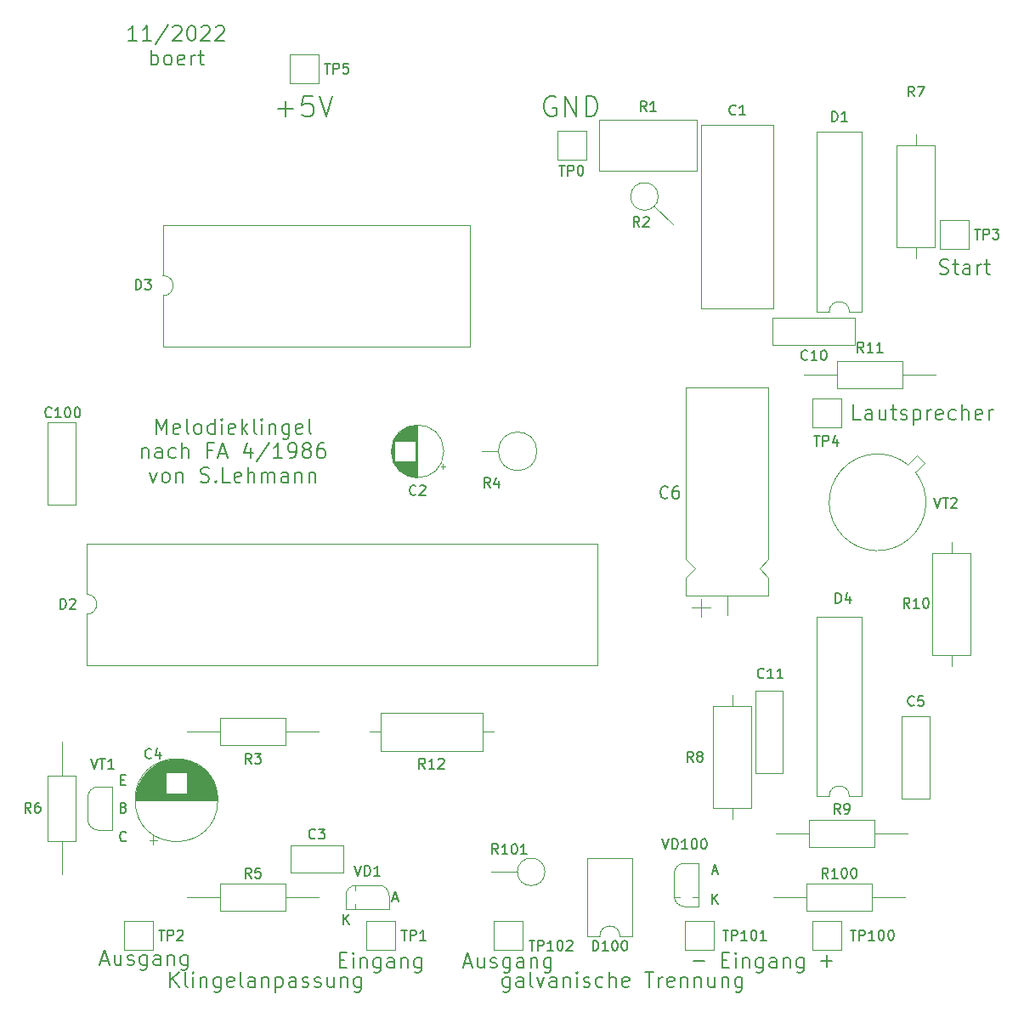
<source format=gbr>
%TF.GenerationSoftware,KiCad,Pcbnew,(6.0.9)*%
%TF.CreationDate,2022-11-15T22:09:50+01:00*%
%TF.ProjectId,Melodieklingel_FA86,4d656c6f-6469-4656-9b6c-696e67656c5f,1*%
%TF.SameCoordinates,Original*%
%TF.FileFunction,Legend,Top*%
%TF.FilePolarity,Positive*%
%FSLAX46Y46*%
G04 Gerber Fmt 4.6, Leading zero omitted, Abs format (unit mm)*
G04 Created by KiCad (PCBNEW (6.0.9)) date 2022-11-15 22:09:50*
%MOMM*%
%LPD*%
G01*
G04 APERTURE LIST*
%ADD10C,0.150000*%
%ADD11C,0.120000*%
G04 APERTURE END LIST*
D10*
X171188571Y-151022857D02*
X171688571Y-151022857D01*
X171902857Y-151808571D02*
X171188571Y-151808571D01*
X171188571Y-150308571D01*
X171902857Y-150308571D01*
X172545714Y-151808571D02*
X172545714Y-150808571D01*
X172545714Y-150308571D02*
X172474285Y-150380000D01*
X172545714Y-150451428D01*
X172617142Y-150380000D01*
X172545714Y-150308571D01*
X172545714Y-150451428D01*
X173260000Y-150808571D02*
X173260000Y-151808571D01*
X173260000Y-150951428D02*
X173331428Y-150880000D01*
X173474285Y-150808571D01*
X173688571Y-150808571D01*
X173831428Y-150880000D01*
X173902857Y-151022857D01*
X173902857Y-151808571D01*
X175260000Y-150808571D02*
X175260000Y-152022857D01*
X175188571Y-152165714D01*
X175117142Y-152237142D01*
X174974285Y-152308571D01*
X174760000Y-152308571D01*
X174617142Y-152237142D01*
X175260000Y-151737142D02*
X175117142Y-151808571D01*
X174831428Y-151808571D01*
X174688571Y-151737142D01*
X174617142Y-151665714D01*
X174545714Y-151522857D01*
X174545714Y-151094285D01*
X174617142Y-150951428D01*
X174688571Y-150880000D01*
X174831428Y-150808571D01*
X175117142Y-150808571D01*
X175260000Y-150880000D01*
X176617142Y-151808571D02*
X176617142Y-151022857D01*
X176545714Y-150880000D01*
X176402857Y-150808571D01*
X176117142Y-150808571D01*
X175974285Y-150880000D01*
X176617142Y-151737142D02*
X176474285Y-151808571D01*
X176117142Y-151808571D01*
X175974285Y-151737142D01*
X175902857Y-151594285D01*
X175902857Y-151451428D01*
X175974285Y-151308571D01*
X176117142Y-151237142D01*
X176474285Y-151237142D01*
X176617142Y-151165714D01*
X177331428Y-150808571D02*
X177331428Y-151808571D01*
X177331428Y-150951428D02*
X177402857Y-150880000D01*
X177545714Y-150808571D01*
X177760000Y-150808571D01*
X177902857Y-150880000D01*
X177974285Y-151022857D01*
X177974285Y-151808571D01*
X179331428Y-150808571D02*
X179331428Y-152022857D01*
X179260000Y-152165714D01*
X179188571Y-152237142D01*
X179045714Y-152308571D01*
X178831428Y-152308571D01*
X178688571Y-152237142D01*
X179331428Y-151737142D02*
X179188571Y-151808571D01*
X178902857Y-151808571D01*
X178760000Y-151737142D01*
X178688571Y-151665714D01*
X178617142Y-151522857D01*
X178617142Y-151094285D01*
X178688571Y-150951428D01*
X178760000Y-150880000D01*
X178902857Y-150808571D01*
X179188571Y-150808571D01*
X179331428Y-150880000D01*
X150040000Y-152713571D02*
X150040000Y-153927857D01*
X149968571Y-154070714D01*
X149897142Y-154142142D01*
X149754285Y-154213571D01*
X149540000Y-154213571D01*
X149397142Y-154142142D01*
X150040000Y-153642142D02*
X149897142Y-153713571D01*
X149611428Y-153713571D01*
X149468571Y-153642142D01*
X149397142Y-153570714D01*
X149325714Y-153427857D01*
X149325714Y-152999285D01*
X149397142Y-152856428D01*
X149468571Y-152785000D01*
X149611428Y-152713571D01*
X149897142Y-152713571D01*
X150040000Y-152785000D01*
X151397142Y-153713571D02*
X151397142Y-152927857D01*
X151325714Y-152785000D01*
X151182857Y-152713571D01*
X150897142Y-152713571D01*
X150754285Y-152785000D01*
X151397142Y-153642142D02*
X151254285Y-153713571D01*
X150897142Y-153713571D01*
X150754285Y-153642142D01*
X150682857Y-153499285D01*
X150682857Y-153356428D01*
X150754285Y-153213571D01*
X150897142Y-153142142D01*
X151254285Y-153142142D01*
X151397142Y-153070714D01*
X152325714Y-153713571D02*
X152182857Y-153642142D01*
X152111428Y-153499285D01*
X152111428Y-152213571D01*
X152754285Y-152713571D02*
X153111428Y-153713571D01*
X153468571Y-152713571D01*
X154682857Y-153713571D02*
X154682857Y-152927857D01*
X154611428Y-152785000D01*
X154468571Y-152713571D01*
X154182857Y-152713571D01*
X154040000Y-152785000D01*
X154682857Y-153642142D02*
X154540000Y-153713571D01*
X154182857Y-153713571D01*
X154040000Y-153642142D01*
X153968571Y-153499285D01*
X153968571Y-153356428D01*
X154040000Y-153213571D01*
X154182857Y-153142142D01*
X154540000Y-153142142D01*
X154682857Y-153070714D01*
X155397142Y-152713571D02*
X155397142Y-153713571D01*
X155397142Y-152856428D02*
X155468571Y-152785000D01*
X155611428Y-152713571D01*
X155825714Y-152713571D01*
X155968571Y-152785000D01*
X156040000Y-152927857D01*
X156040000Y-153713571D01*
X156754285Y-153713571D02*
X156754285Y-152713571D01*
X156754285Y-152213571D02*
X156682857Y-152285000D01*
X156754285Y-152356428D01*
X156825714Y-152285000D01*
X156754285Y-152213571D01*
X156754285Y-152356428D01*
X157397142Y-153642142D02*
X157540000Y-153713571D01*
X157825714Y-153713571D01*
X157968571Y-153642142D01*
X158040000Y-153499285D01*
X158040000Y-153427857D01*
X157968571Y-153285000D01*
X157825714Y-153213571D01*
X157611428Y-153213571D01*
X157468571Y-153142142D01*
X157397142Y-152999285D01*
X157397142Y-152927857D01*
X157468571Y-152785000D01*
X157611428Y-152713571D01*
X157825714Y-152713571D01*
X157968571Y-152785000D01*
X159325714Y-153642142D02*
X159182857Y-153713571D01*
X158897142Y-153713571D01*
X158754285Y-153642142D01*
X158682857Y-153570714D01*
X158611428Y-153427857D01*
X158611428Y-152999285D01*
X158682857Y-152856428D01*
X158754285Y-152785000D01*
X158897142Y-152713571D01*
X159182857Y-152713571D01*
X159325714Y-152785000D01*
X159968571Y-153713571D02*
X159968571Y-152213571D01*
X160611428Y-153713571D02*
X160611428Y-152927857D01*
X160540000Y-152785000D01*
X160397142Y-152713571D01*
X160182857Y-152713571D01*
X160040000Y-152785000D01*
X159968571Y-152856428D01*
X161897142Y-153642142D02*
X161754285Y-153713571D01*
X161468571Y-153713571D01*
X161325714Y-153642142D01*
X161254285Y-153499285D01*
X161254285Y-152927857D01*
X161325714Y-152785000D01*
X161468571Y-152713571D01*
X161754285Y-152713571D01*
X161897142Y-152785000D01*
X161968571Y-152927857D01*
X161968571Y-153070714D01*
X161254285Y-153213571D01*
X163540000Y-152213571D02*
X164397142Y-152213571D01*
X163968571Y-153713571D02*
X163968571Y-152213571D01*
X164897142Y-153713571D02*
X164897142Y-152713571D01*
X164897142Y-152999285D02*
X164968571Y-152856428D01*
X165040000Y-152785000D01*
X165182857Y-152713571D01*
X165325714Y-152713571D01*
X166397142Y-153642142D02*
X166254285Y-153713571D01*
X165968571Y-153713571D01*
X165825714Y-153642142D01*
X165754285Y-153499285D01*
X165754285Y-152927857D01*
X165825714Y-152785000D01*
X165968571Y-152713571D01*
X166254285Y-152713571D01*
X166397142Y-152785000D01*
X166468571Y-152927857D01*
X166468571Y-153070714D01*
X165754285Y-153213571D01*
X167111428Y-152713571D02*
X167111428Y-153713571D01*
X167111428Y-152856428D02*
X167182857Y-152785000D01*
X167325714Y-152713571D01*
X167540000Y-152713571D01*
X167682857Y-152785000D01*
X167754285Y-152927857D01*
X167754285Y-153713571D01*
X168468571Y-152713571D02*
X168468571Y-153713571D01*
X168468571Y-152856428D02*
X168540000Y-152785000D01*
X168682857Y-152713571D01*
X168897142Y-152713571D01*
X169040000Y-152785000D01*
X169111428Y-152927857D01*
X169111428Y-153713571D01*
X170468571Y-152713571D02*
X170468571Y-153713571D01*
X169825714Y-152713571D02*
X169825714Y-153499285D01*
X169897142Y-153642142D01*
X170040000Y-153713571D01*
X170254285Y-153713571D01*
X170397142Y-153642142D01*
X170468571Y-153570714D01*
X171182857Y-152713571D02*
X171182857Y-153713571D01*
X171182857Y-152856428D02*
X171254285Y-152785000D01*
X171397142Y-152713571D01*
X171611428Y-152713571D01*
X171754285Y-152785000D01*
X171825714Y-152927857D01*
X171825714Y-153713571D01*
X173182857Y-152713571D02*
X173182857Y-153927857D01*
X173111428Y-154070714D01*
X173040000Y-154142142D01*
X172897142Y-154213571D01*
X172682857Y-154213571D01*
X172540000Y-154142142D01*
X173182857Y-153642142D02*
X173040000Y-153713571D01*
X172754285Y-153713571D01*
X172611428Y-153642142D01*
X172540000Y-153570714D01*
X172468571Y-153427857D01*
X172468571Y-152999285D01*
X172540000Y-152856428D01*
X172611428Y-152785000D01*
X172754285Y-152713571D01*
X173040000Y-152713571D01*
X173182857Y-152785000D01*
X112911428Y-59415071D02*
X112054285Y-59415071D01*
X112482857Y-59415071D02*
X112482857Y-57915071D01*
X112340000Y-58129357D01*
X112197142Y-58272214D01*
X112054285Y-58343642D01*
X114340000Y-59415071D02*
X113482857Y-59415071D01*
X113911428Y-59415071D02*
X113911428Y-57915071D01*
X113768571Y-58129357D01*
X113625714Y-58272214D01*
X113482857Y-58343642D01*
X116054285Y-57843642D02*
X114768571Y-59772214D01*
X116482857Y-58057928D02*
X116554285Y-57986500D01*
X116697142Y-57915071D01*
X117054285Y-57915071D01*
X117197142Y-57986500D01*
X117268571Y-58057928D01*
X117340000Y-58200785D01*
X117340000Y-58343642D01*
X117268571Y-58557928D01*
X116411428Y-59415071D01*
X117340000Y-59415071D01*
X118268571Y-57915071D02*
X118411428Y-57915071D01*
X118554285Y-57986500D01*
X118625714Y-58057928D01*
X118697142Y-58200785D01*
X118768571Y-58486500D01*
X118768571Y-58843642D01*
X118697142Y-59129357D01*
X118625714Y-59272214D01*
X118554285Y-59343642D01*
X118411428Y-59415071D01*
X118268571Y-59415071D01*
X118125714Y-59343642D01*
X118054285Y-59272214D01*
X117982857Y-59129357D01*
X117911428Y-58843642D01*
X117911428Y-58486500D01*
X117982857Y-58200785D01*
X118054285Y-58057928D01*
X118125714Y-57986500D01*
X118268571Y-57915071D01*
X119340000Y-58057928D02*
X119411428Y-57986500D01*
X119554285Y-57915071D01*
X119911428Y-57915071D01*
X120054285Y-57986500D01*
X120125714Y-58057928D01*
X120197142Y-58200785D01*
X120197142Y-58343642D01*
X120125714Y-58557928D01*
X119268571Y-59415071D01*
X120197142Y-59415071D01*
X120768571Y-58057928D02*
X120840000Y-57986500D01*
X120982857Y-57915071D01*
X121340000Y-57915071D01*
X121482857Y-57986500D01*
X121554285Y-58057928D01*
X121625714Y-58200785D01*
X121625714Y-58343642D01*
X121554285Y-58557928D01*
X120697142Y-59415071D01*
X121625714Y-59415071D01*
X114304285Y-61830071D02*
X114304285Y-60330071D01*
X114304285Y-60901500D02*
X114447142Y-60830071D01*
X114732857Y-60830071D01*
X114875714Y-60901500D01*
X114947142Y-60972928D01*
X115018571Y-61115785D01*
X115018571Y-61544357D01*
X114947142Y-61687214D01*
X114875714Y-61758642D01*
X114732857Y-61830071D01*
X114447142Y-61830071D01*
X114304285Y-61758642D01*
X115875714Y-61830071D02*
X115732857Y-61758642D01*
X115661428Y-61687214D01*
X115590000Y-61544357D01*
X115590000Y-61115785D01*
X115661428Y-60972928D01*
X115732857Y-60901500D01*
X115875714Y-60830071D01*
X116090000Y-60830071D01*
X116232857Y-60901500D01*
X116304285Y-60972928D01*
X116375714Y-61115785D01*
X116375714Y-61544357D01*
X116304285Y-61687214D01*
X116232857Y-61758642D01*
X116090000Y-61830071D01*
X115875714Y-61830071D01*
X117590000Y-61758642D02*
X117447142Y-61830071D01*
X117161428Y-61830071D01*
X117018571Y-61758642D01*
X116947142Y-61615785D01*
X116947142Y-61044357D01*
X117018571Y-60901500D01*
X117161428Y-60830071D01*
X117447142Y-60830071D01*
X117590000Y-60901500D01*
X117661428Y-61044357D01*
X117661428Y-61187214D01*
X116947142Y-61330071D01*
X118304285Y-61830071D02*
X118304285Y-60830071D01*
X118304285Y-61115785D02*
X118375714Y-60972928D01*
X118447142Y-60901500D01*
X118590000Y-60830071D01*
X118732857Y-60830071D01*
X119018571Y-60830071D02*
X119590000Y-60830071D01*
X119232857Y-60330071D02*
X119232857Y-61615785D01*
X119304285Y-61758642D01*
X119447142Y-61830071D01*
X119590000Y-61830071D01*
X114857142Y-98593571D02*
X114857142Y-97093571D01*
X115357142Y-98165000D01*
X115857142Y-97093571D01*
X115857142Y-98593571D01*
X117142857Y-98522142D02*
X117000000Y-98593571D01*
X116714285Y-98593571D01*
X116571428Y-98522142D01*
X116500000Y-98379285D01*
X116500000Y-97807857D01*
X116571428Y-97665000D01*
X116714285Y-97593571D01*
X117000000Y-97593571D01*
X117142857Y-97665000D01*
X117214285Y-97807857D01*
X117214285Y-97950714D01*
X116500000Y-98093571D01*
X118071428Y-98593571D02*
X117928571Y-98522142D01*
X117857142Y-98379285D01*
X117857142Y-97093571D01*
X118857142Y-98593571D02*
X118714285Y-98522142D01*
X118642857Y-98450714D01*
X118571428Y-98307857D01*
X118571428Y-97879285D01*
X118642857Y-97736428D01*
X118714285Y-97665000D01*
X118857142Y-97593571D01*
X119071428Y-97593571D01*
X119214285Y-97665000D01*
X119285714Y-97736428D01*
X119357142Y-97879285D01*
X119357142Y-98307857D01*
X119285714Y-98450714D01*
X119214285Y-98522142D01*
X119071428Y-98593571D01*
X118857142Y-98593571D01*
X120642857Y-98593571D02*
X120642857Y-97093571D01*
X120642857Y-98522142D02*
X120500000Y-98593571D01*
X120214285Y-98593571D01*
X120071428Y-98522142D01*
X120000000Y-98450714D01*
X119928571Y-98307857D01*
X119928571Y-97879285D01*
X120000000Y-97736428D01*
X120071428Y-97665000D01*
X120214285Y-97593571D01*
X120500000Y-97593571D01*
X120642857Y-97665000D01*
X121357142Y-98593571D02*
X121357142Y-97593571D01*
X121357142Y-97093571D02*
X121285714Y-97165000D01*
X121357142Y-97236428D01*
X121428571Y-97165000D01*
X121357142Y-97093571D01*
X121357142Y-97236428D01*
X122642857Y-98522142D02*
X122500000Y-98593571D01*
X122214285Y-98593571D01*
X122071428Y-98522142D01*
X122000000Y-98379285D01*
X122000000Y-97807857D01*
X122071428Y-97665000D01*
X122214285Y-97593571D01*
X122500000Y-97593571D01*
X122642857Y-97665000D01*
X122714285Y-97807857D01*
X122714285Y-97950714D01*
X122000000Y-98093571D01*
X123357142Y-98593571D02*
X123357142Y-97093571D01*
X123500000Y-98022142D02*
X123928571Y-98593571D01*
X123928571Y-97593571D02*
X123357142Y-98165000D01*
X124785714Y-98593571D02*
X124642857Y-98522142D01*
X124571428Y-98379285D01*
X124571428Y-97093571D01*
X125357142Y-98593571D02*
X125357142Y-97593571D01*
X125357142Y-97093571D02*
X125285714Y-97165000D01*
X125357142Y-97236428D01*
X125428571Y-97165000D01*
X125357142Y-97093571D01*
X125357142Y-97236428D01*
X126071428Y-97593571D02*
X126071428Y-98593571D01*
X126071428Y-97736428D02*
X126142857Y-97665000D01*
X126285714Y-97593571D01*
X126500000Y-97593571D01*
X126642857Y-97665000D01*
X126714285Y-97807857D01*
X126714285Y-98593571D01*
X128071428Y-97593571D02*
X128071428Y-98807857D01*
X128000000Y-98950714D01*
X127928571Y-99022142D01*
X127785714Y-99093571D01*
X127571428Y-99093571D01*
X127428571Y-99022142D01*
X128071428Y-98522142D02*
X127928571Y-98593571D01*
X127642857Y-98593571D01*
X127500000Y-98522142D01*
X127428571Y-98450714D01*
X127357142Y-98307857D01*
X127357142Y-97879285D01*
X127428571Y-97736428D01*
X127500000Y-97665000D01*
X127642857Y-97593571D01*
X127928571Y-97593571D01*
X128071428Y-97665000D01*
X129357142Y-98522142D02*
X129214285Y-98593571D01*
X128928571Y-98593571D01*
X128785714Y-98522142D01*
X128714285Y-98379285D01*
X128714285Y-97807857D01*
X128785714Y-97665000D01*
X128928571Y-97593571D01*
X129214285Y-97593571D01*
X129357142Y-97665000D01*
X129428571Y-97807857D01*
X129428571Y-97950714D01*
X128714285Y-98093571D01*
X130285714Y-98593571D02*
X130142857Y-98522142D01*
X130071428Y-98379285D01*
X130071428Y-97093571D01*
X113392857Y-100008571D02*
X113392857Y-101008571D01*
X113392857Y-100151428D02*
X113464285Y-100080000D01*
X113607142Y-100008571D01*
X113821428Y-100008571D01*
X113964285Y-100080000D01*
X114035714Y-100222857D01*
X114035714Y-101008571D01*
X115392857Y-101008571D02*
X115392857Y-100222857D01*
X115321428Y-100080000D01*
X115178571Y-100008571D01*
X114892857Y-100008571D01*
X114750000Y-100080000D01*
X115392857Y-100937142D02*
X115250000Y-101008571D01*
X114892857Y-101008571D01*
X114750000Y-100937142D01*
X114678571Y-100794285D01*
X114678571Y-100651428D01*
X114750000Y-100508571D01*
X114892857Y-100437142D01*
X115250000Y-100437142D01*
X115392857Y-100365714D01*
X116750000Y-100937142D02*
X116607142Y-101008571D01*
X116321428Y-101008571D01*
X116178571Y-100937142D01*
X116107142Y-100865714D01*
X116035714Y-100722857D01*
X116035714Y-100294285D01*
X116107142Y-100151428D01*
X116178571Y-100080000D01*
X116321428Y-100008571D01*
X116607142Y-100008571D01*
X116750000Y-100080000D01*
X117392857Y-101008571D02*
X117392857Y-99508571D01*
X118035714Y-101008571D02*
X118035714Y-100222857D01*
X117964285Y-100080000D01*
X117821428Y-100008571D01*
X117607142Y-100008571D01*
X117464285Y-100080000D01*
X117392857Y-100151428D01*
X120392857Y-100222857D02*
X119892857Y-100222857D01*
X119892857Y-101008571D02*
X119892857Y-99508571D01*
X120607142Y-99508571D01*
X121107142Y-100580000D02*
X121821428Y-100580000D01*
X120964285Y-101008571D02*
X121464285Y-99508571D01*
X121964285Y-101008571D01*
X124250000Y-100008571D02*
X124250000Y-101008571D01*
X123892857Y-99437142D02*
X123535714Y-100508571D01*
X124464285Y-100508571D01*
X126107142Y-99437142D02*
X124821428Y-101365714D01*
X127392857Y-101008571D02*
X126535714Y-101008571D01*
X126964285Y-101008571D02*
X126964285Y-99508571D01*
X126821428Y-99722857D01*
X126678571Y-99865714D01*
X126535714Y-99937142D01*
X128107142Y-101008571D02*
X128392857Y-101008571D01*
X128535714Y-100937142D01*
X128607142Y-100865714D01*
X128750000Y-100651428D01*
X128821428Y-100365714D01*
X128821428Y-99794285D01*
X128750000Y-99651428D01*
X128678571Y-99580000D01*
X128535714Y-99508571D01*
X128250000Y-99508571D01*
X128107142Y-99580000D01*
X128035714Y-99651428D01*
X127964285Y-99794285D01*
X127964285Y-100151428D01*
X128035714Y-100294285D01*
X128107142Y-100365714D01*
X128250000Y-100437142D01*
X128535714Y-100437142D01*
X128678571Y-100365714D01*
X128750000Y-100294285D01*
X128821428Y-100151428D01*
X129678571Y-100151428D02*
X129535714Y-100080000D01*
X129464285Y-100008571D01*
X129392857Y-99865714D01*
X129392857Y-99794285D01*
X129464285Y-99651428D01*
X129535714Y-99580000D01*
X129678571Y-99508571D01*
X129964285Y-99508571D01*
X130107142Y-99580000D01*
X130178571Y-99651428D01*
X130250000Y-99794285D01*
X130250000Y-99865714D01*
X130178571Y-100008571D01*
X130107142Y-100080000D01*
X129964285Y-100151428D01*
X129678571Y-100151428D01*
X129535714Y-100222857D01*
X129464285Y-100294285D01*
X129392857Y-100437142D01*
X129392857Y-100722857D01*
X129464285Y-100865714D01*
X129535714Y-100937142D01*
X129678571Y-101008571D01*
X129964285Y-101008571D01*
X130107142Y-100937142D01*
X130178571Y-100865714D01*
X130250000Y-100722857D01*
X130250000Y-100437142D01*
X130178571Y-100294285D01*
X130107142Y-100222857D01*
X129964285Y-100151428D01*
X131535714Y-99508571D02*
X131250000Y-99508571D01*
X131107142Y-99580000D01*
X131035714Y-99651428D01*
X130892857Y-99865714D01*
X130821428Y-100151428D01*
X130821428Y-100722857D01*
X130892857Y-100865714D01*
X130964285Y-100937142D01*
X131107142Y-101008571D01*
X131392857Y-101008571D01*
X131535714Y-100937142D01*
X131607142Y-100865714D01*
X131678571Y-100722857D01*
X131678571Y-100365714D01*
X131607142Y-100222857D01*
X131535714Y-100151428D01*
X131392857Y-100080000D01*
X131107142Y-100080000D01*
X130964285Y-100151428D01*
X130892857Y-100222857D01*
X130821428Y-100365714D01*
X114178571Y-102423571D02*
X114535714Y-103423571D01*
X114892857Y-102423571D01*
X115678571Y-103423571D02*
X115535714Y-103352142D01*
X115464285Y-103280714D01*
X115392857Y-103137857D01*
X115392857Y-102709285D01*
X115464285Y-102566428D01*
X115535714Y-102495000D01*
X115678571Y-102423571D01*
X115892857Y-102423571D01*
X116035714Y-102495000D01*
X116107142Y-102566428D01*
X116178571Y-102709285D01*
X116178571Y-103137857D01*
X116107142Y-103280714D01*
X116035714Y-103352142D01*
X115892857Y-103423571D01*
X115678571Y-103423571D01*
X116821428Y-102423571D02*
X116821428Y-103423571D01*
X116821428Y-102566428D02*
X116892857Y-102495000D01*
X117035714Y-102423571D01*
X117250000Y-102423571D01*
X117392857Y-102495000D01*
X117464285Y-102637857D01*
X117464285Y-103423571D01*
X119250000Y-103352142D02*
X119464285Y-103423571D01*
X119821428Y-103423571D01*
X119964285Y-103352142D01*
X120035714Y-103280714D01*
X120107142Y-103137857D01*
X120107142Y-102995000D01*
X120035714Y-102852142D01*
X119964285Y-102780714D01*
X119821428Y-102709285D01*
X119535714Y-102637857D01*
X119392857Y-102566428D01*
X119321428Y-102495000D01*
X119250000Y-102352142D01*
X119250000Y-102209285D01*
X119321428Y-102066428D01*
X119392857Y-101995000D01*
X119535714Y-101923571D01*
X119892857Y-101923571D01*
X120107142Y-101995000D01*
X120750000Y-103280714D02*
X120821428Y-103352142D01*
X120750000Y-103423571D01*
X120678571Y-103352142D01*
X120750000Y-103280714D01*
X120750000Y-103423571D01*
X122178571Y-103423571D02*
X121464285Y-103423571D01*
X121464285Y-101923571D01*
X123250000Y-103352142D02*
X123107142Y-103423571D01*
X122821428Y-103423571D01*
X122678571Y-103352142D01*
X122607142Y-103209285D01*
X122607142Y-102637857D01*
X122678571Y-102495000D01*
X122821428Y-102423571D01*
X123107142Y-102423571D01*
X123250000Y-102495000D01*
X123321428Y-102637857D01*
X123321428Y-102780714D01*
X122607142Y-102923571D01*
X123964285Y-103423571D02*
X123964285Y-101923571D01*
X124607142Y-103423571D02*
X124607142Y-102637857D01*
X124535714Y-102495000D01*
X124392857Y-102423571D01*
X124178571Y-102423571D01*
X124035714Y-102495000D01*
X123964285Y-102566428D01*
X125321428Y-103423571D02*
X125321428Y-102423571D01*
X125321428Y-102566428D02*
X125392857Y-102495000D01*
X125535714Y-102423571D01*
X125750000Y-102423571D01*
X125892857Y-102495000D01*
X125964285Y-102637857D01*
X125964285Y-103423571D01*
X125964285Y-102637857D02*
X126035714Y-102495000D01*
X126178571Y-102423571D01*
X126392857Y-102423571D01*
X126535714Y-102495000D01*
X126607142Y-102637857D01*
X126607142Y-103423571D01*
X127964285Y-103423571D02*
X127964285Y-102637857D01*
X127892857Y-102495000D01*
X127750000Y-102423571D01*
X127464285Y-102423571D01*
X127321428Y-102495000D01*
X127964285Y-103352142D02*
X127821428Y-103423571D01*
X127464285Y-103423571D01*
X127321428Y-103352142D01*
X127250000Y-103209285D01*
X127250000Y-103066428D01*
X127321428Y-102923571D01*
X127464285Y-102852142D01*
X127821428Y-102852142D01*
X127964285Y-102780714D01*
X128678571Y-102423571D02*
X128678571Y-103423571D01*
X128678571Y-102566428D02*
X128750000Y-102495000D01*
X128892857Y-102423571D01*
X129107142Y-102423571D01*
X129250000Y-102495000D01*
X129321428Y-102637857D01*
X129321428Y-103423571D01*
X130035714Y-102423571D02*
X130035714Y-103423571D01*
X130035714Y-102566428D02*
X130107142Y-102495000D01*
X130250000Y-102423571D01*
X130464285Y-102423571D01*
X130607142Y-102495000D01*
X130678571Y-102637857D01*
X130678571Y-103423571D01*
X116229999Y-153713571D02*
X116229999Y-152213571D01*
X117087142Y-153713571D02*
X116444285Y-152856428D01*
X117087142Y-152213571D02*
X116229999Y-153070714D01*
X117944285Y-153713571D02*
X117801428Y-153642142D01*
X117729999Y-153499285D01*
X117729999Y-152213571D01*
X118515714Y-153713571D02*
X118515714Y-152713571D01*
X118515714Y-152213571D02*
X118444285Y-152285000D01*
X118515714Y-152356428D01*
X118587142Y-152285000D01*
X118515714Y-152213571D01*
X118515714Y-152356428D01*
X119229999Y-152713571D02*
X119229999Y-153713571D01*
X119229999Y-152856428D02*
X119301428Y-152785000D01*
X119444285Y-152713571D01*
X119658571Y-152713571D01*
X119801428Y-152785000D01*
X119872857Y-152927857D01*
X119872857Y-153713571D01*
X121229999Y-152713571D02*
X121229999Y-153927857D01*
X121158571Y-154070714D01*
X121087142Y-154142142D01*
X120944285Y-154213571D01*
X120729999Y-154213571D01*
X120587142Y-154142142D01*
X121229999Y-153642142D02*
X121087142Y-153713571D01*
X120801428Y-153713571D01*
X120658571Y-153642142D01*
X120587142Y-153570714D01*
X120515714Y-153427857D01*
X120515714Y-152999285D01*
X120587142Y-152856428D01*
X120658571Y-152785000D01*
X120801428Y-152713571D01*
X121087142Y-152713571D01*
X121229999Y-152785000D01*
X122515714Y-153642142D02*
X122372857Y-153713571D01*
X122087142Y-153713571D01*
X121944285Y-153642142D01*
X121872857Y-153499285D01*
X121872857Y-152927857D01*
X121944285Y-152785000D01*
X122087142Y-152713571D01*
X122372857Y-152713571D01*
X122515714Y-152785000D01*
X122587142Y-152927857D01*
X122587142Y-153070714D01*
X121872857Y-153213571D01*
X123444285Y-153713571D02*
X123301428Y-153642142D01*
X123229999Y-153499285D01*
X123229999Y-152213571D01*
X124658571Y-153713571D02*
X124658571Y-152927857D01*
X124587142Y-152785000D01*
X124444285Y-152713571D01*
X124158571Y-152713571D01*
X124015714Y-152785000D01*
X124658571Y-153642142D02*
X124515714Y-153713571D01*
X124158571Y-153713571D01*
X124015714Y-153642142D01*
X123944285Y-153499285D01*
X123944285Y-153356428D01*
X124015714Y-153213571D01*
X124158571Y-153142142D01*
X124515714Y-153142142D01*
X124658571Y-153070714D01*
X125372857Y-152713571D02*
X125372857Y-153713571D01*
X125372857Y-152856428D02*
X125444285Y-152785000D01*
X125587142Y-152713571D01*
X125801428Y-152713571D01*
X125944285Y-152785000D01*
X126015714Y-152927857D01*
X126015714Y-153713571D01*
X126729999Y-152713571D02*
X126729999Y-154213571D01*
X126729999Y-152785000D02*
X126872857Y-152713571D01*
X127158571Y-152713571D01*
X127301428Y-152785000D01*
X127372857Y-152856428D01*
X127444285Y-152999285D01*
X127444285Y-153427857D01*
X127372857Y-153570714D01*
X127301428Y-153642142D01*
X127158571Y-153713571D01*
X126872857Y-153713571D01*
X126729999Y-153642142D01*
X128729999Y-153713571D02*
X128729999Y-152927857D01*
X128658571Y-152785000D01*
X128515714Y-152713571D01*
X128229999Y-152713571D01*
X128087142Y-152785000D01*
X128729999Y-153642142D02*
X128587142Y-153713571D01*
X128229999Y-153713571D01*
X128087142Y-153642142D01*
X128015714Y-153499285D01*
X128015714Y-153356428D01*
X128087142Y-153213571D01*
X128229999Y-153142142D01*
X128587142Y-153142142D01*
X128729999Y-153070714D01*
X129372857Y-153642142D02*
X129515714Y-153713571D01*
X129801428Y-153713571D01*
X129944285Y-153642142D01*
X130015714Y-153499285D01*
X130015714Y-153427857D01*
X129944285Y-153285000D01*
X129801428Y-153213571D01*
X129587142Y-153213571D01*
X129444285Y-153142142D01*
X129372857Y-152999285D01*
X129372857Y-152927857D01*
X129444285Y-152785000D01*
X129587142Y-152713571D01*
X129801428Y-152713571D01*
X129944285Y-152785000D01*
X130587142Y-153642142D02*
X130729999Y-153713571D01*
X131015714Y-153713571D01*
X131158571Y-153642142D01*
X131229999Y-153499285D01*
X131229999Y-153427857D01*
X131158571Y-153285000D01*
X131015714Y-153213571D01*
X130801428Y-153213571D01*
X130658571Y-153142142D01*
X130587142Y-152999285D01*
X130587142Y-152927857D01*
X130658571Y-152785000D01*
X130801428Y-152713571D01*
X131015714Y-152713571D01*
X131158571Y-152785000D01*
X132515714Y-152713571D02*
X132515714Y-153713571D01*
X131872857Y-152713571D02*
X131872857Y-153499285D01*
X131944285Y-153642142D01*
X132087142Y-153713571D01*
X132301428Y-153713571D01*
X132444285Y-153642142D01*
X132515714Y-153570714D01*
X133229999Y-152713571D02*
X133229999Y-153713571D01*
X133229999Y-152856428D02*
X133301428Y-152785000D01*
X133444285Y-152713571D01*
X133658571Y-152713571D01*
X133801428Y-152785000D01*
X133872857Y-152927857D01*
X133872857Y-153713571D01*
X135230000Y-152713571D02*
X135230000Y-153927857D01*
X135158571Y-154070714D01*
X135087142Y-154142142D01*
X134944285Y-154213571D01*
X134730000Y-154213571D01*
X134587142Y-154142142D01*
X135230000Y-153642142D02*
X135087142Y-153713571D01*
X134801428Y-153713571D01*
X134658571Y-153642142D01*
X134587142Y-153570714D01*
X134515714Y-153427857D01*
X134515714Y-152999285D01*
X134587142Y-152856428D01*
X134658571Y-152785000D01*
X134801428Y-152713571D01*
X135087142Y-152713571D01*
X135230000Y-152785000D01*
%TO.C,D100*%
X158329523Y-150087380D02*
X158329523Y-149087380D01*
X158567619Y-149087380D01*
X158710476Y-149135000D01*
X158805714Y-149230238D01*
X158853333Y-149325476D01*
X158900952Y-149515952D01*
X158900952Y-149658809D01*
X158853333Y-149849285D01*
X158805714Y-149944523D01*
X158710476Y-150039761D01*
X158567619Y-150087380D01*
X158329523Y-150087380D01*
X159853333Y-150087380D02*
X159281904Y-150087380D01*
X159567619Y-150087380D02*
X159567619Y-149087380D01*
X159472380Y-149230238D01*
X159377142Y-149325476D01*
X159281904Y-149373095D01*
X160472380Y-149087380D02*
X160567619Y-149087380D01*
X160662857Y-149135000D01*
X160710476Y-149182619D01*
X160758095Y-149277857D01*
X160805714Y-149468333D01*
X160805714Y-149706428D01*
X160758095Y-149896904D01*
X160710476Y-149992142D01*
X160662857Y-150039761D01*
X160567619Y-150087380D01*
X160472380Y-150087380D01*
X160377142Y-150039761D01*
X160329523Y-149992142D01*
X160281904Y-149896904D01*
X160234285Y-149706428D01*
X160234285Y-149468333D01*
X160281904Y-149277857D01*
X160329523Y-149182619D01*
X160377142Y-149135000D01*
X160472380Y-149087380D01*
X161424761Y-149087380D02*
X161520000Y-149087380D01*
X161615238Y-149135000D01*
X161662857Y-149182619D01*
X161710476Y-149277857D01*
X161758095Y-149468333D01*
X161758095Y-149706428D01*
X161710476Y-149896904D01*
X161662857Y-149992142D01*
X161615238Y-150039761D01*
X161520000Y-150087380D01*
X161424761Y-150087380D01*
X161329523Y-150039761D01*
X161281904Y-149992142D01*
X161234285Y-149896904D01*
X161186666Y-149706428D01*
X161186666Y-149468333D01*
X161234285Y-149277857D01*
X161281904Y-149182619D01*
X161329523Y-149135000D01*
X161424761Y-149087380D01*
%TO.C,D4*%
X182511904Y-115452380D02*
X182511904Y-114452380D01*
X182750000Y-114452380D01*
X182892857Y-114500000D01*
X182988095Y-114595238D01*
X183035714Y-114690476D01*
X183083333Y-114880952D01*
X183083333Y-115023809D01*
X183035714Y-115214285D01*
X182988095Y-115309523D01*
X182892857Y-115404761D01*
X182750000Y-115452380D01*
X182511904Y-115452380D01*
X183940476Y-114785714D02*
X183940476Y-115452380D01*
X183702380Y-114404761D02*
X183464285Y-115119047D01*
X184083333Y-115119047D01*
%TO.C,D3*%
X112761904Y-84202380D02*
X112761904Y-83202380D01*
X113000000Y-83202380D01*
X113142857Y-83250000D01*
X113238095Y-83345238D01*
X113285714Y-83440476D01*
X113333333Y-83630952D01*
X113333333Y-83773809D01*
X113285714Y-83964285D01*
X113238095Y-84059523D01*
X113142857Y-84154761D01*
X113000000Y-84202380D01*
X112761904Y-84202380D01*
X113666666Y-83202380D02*
X114285714Y-83202380D01*
X113952380Y-83583333D01*
X114095238Y-83583333D01*
X114190476Y-83630952D01*
X114238095Y-83678571D01*
X114285714Y-83773809D01*
X114285714Y-84011904D01*
X114238095Y-84107142D01*
X114190476Y-84154761D01*
X114095238Y-84202380D01*
X113809523Y-84202380D01*
X113714285Y-84154761D01*
X113666666Y-84107142D01*
%TO.C,D2*%
X105261904Y-116022380D02*
X105261904Y-115022380D01*
X105500000Y-115022380D01*
X105642857Y-115070000D01*
X105738095Y-115165238D01*
X105785714Y-115260476D01*
X105833333Y-115450952D01*
X105833333Y-115593809D01*
X105785714Y-115784285D01*
X105738095Y-115879523D01*
X105642857Y-115974761D01*
X105500000Y-116022380D01*
X105261904Y-116022380D01*
X106214285Y-115117619D02*
X106261904Y-115070000D01*
X106357142Y-115022380D01*
X106595238Y-115022380D01*
X106690476Y-115070000D01*
X106738095Y-115117619D01*
X106785714Y-115212857D01*
X106785714Y-115308095D01*
X106738095Y-115450952D01*
X106166666Y-116022380D01*
X106785714Y-116022380D01*
%TO.C,D1*%
X182141904Y-67452380D02*
X182141904Y-66452380D01*
X182380000Y-66452380D01*
X182522857Y-66500000D01*
X182618095Y-66595238D01*
X182665714Y-66690476D01*
X182713333Y-66880952D01*
X182713333Y-67023809D01*
X182665714Y-67214285D01*
X182618095Y-67309523D01*
X182522857Y-67404761D01*
X182380000Y-67452380D01*
X182141904Y-67452380D01*
X183665714Y-67452380D02*
X183094285Y-67452380D01*
X183380000Y-67452380D02*
X183380000Y-66452380D01*
X183284761Y-66595238D01*
X183189523Y-66690476D01*
X183094285Y-66738095D01*
%TO.C,R101*%
X148880952Y-140452380D02*
X148547619Y-139976190D01*
X148309523Y-140452380D02*
X148309523Y-139452380D01*
X148690476Y-139452380D01*
X148785714Y-139500000D01*
X148833333Y-139547619D01*
X148880952Y-139642857D01*
X148880952Y-139785714D01*
X148833333Y-139880952D01*
X148785714Y-139928571D01*
X148690476Y-139976190D01*
X148309523Y-139976190D01*
X149833333Y-140452380D02*
X149261904Y-140452380D01*
X149547619Y-140452380D02*
X149547619Y-139452380D01*
X149452380Y-139595238D01*
X149357142Y-139690476D01*
X149261904Y-139738095D01*
X150452380Y-139452380D02*
X150547619Y-139452380D01*
X150642857Y-139500000D01*
X150690476Y-139547619D01*
X150738095Y-139642857D01*
X150785714Y-139833333D01*
X150785714Y-140071428D01*
X150738095Y-140261904D01*
X150690476Y-140357142D01*
X150642857Y-140404761D01*
X150547619Y-140452380D01*
X150452380Y-140452380D01*
X150357142Y-140404761D01*
X150309523Y-140357142D01*
X150261904Y-140261904D01*
X150214285Y-140071428D01*
X150214285Y-139833333D01*
X150261904Y-139642857D01*
X150309523Y-139547619D01*
X150357142Y-139500000D01*
X150452380Y-139452380D01*
X151738095Y-140452380D02*
X151166666Y-140452380D01*
X151452380Y-140452380D02*
X151452380Y-139452380D01*
X151357142Y-139595238D01*
X151261904Y-139690476D01*
X151166666Y-139738095D01*
%TO.C,R2*%
X162966381Y-77952380D02*
X162633048Y-77476190D01*
X162394952Y-77952380D02*
X162394952Y-76952380D01*
X162775905Y-76952380D01*
X162871143Y-77000000D01*
X162918762Y-77047619D01*
X162966381Y-77142857D01*
X162966381Y-77285714D01*
X162918762Y-77380952D01*
X162871143Y-77428571D01*
X162775905Y-77476190D01*
X162394952Y-77476190D01*
X163347333Y-77047619D02*
X163394952Y-77000000D01*
X163490190Y-76952380D01*
X163728286Y-76952380D01*
X163823524Y-77000000D01*
X163871143Y-77047619D01*
X163918762Y-77142857D01*
X163918762Y-77238095D01*
X163871143Y-77380952D01*
X163299714Y-77952380D01*
X163918762Y-77952380D01*
%TO.C,C100*%
X104380952Y-96857142D02*
X104333333Y-96904761D01*
X104190476Y-96952380D01*
X104095238Y-96952380D01*
X103952380Y-96904761D01*
X103857142Y-96809523D01*
X103809523Y-96714285D01*
X103761904Y-96523809D01*
X103761904Y-96380952D01*
X103809523Y-96190476D01*
X103857142Y-96095238D01*
X103952380Y-96000000D01*
X104095238Y-95952380D01*
X104190476Y-95952380D01*
X104333333Y-96000000D01*
X104380952Y-96047619D01*
X105333333Y-96952380D02*
X104761904Y-96952380D01*
X105047619Y-96952380D02*
X105047619Y-95952380D01*
X104952380Y-96095238D01*
X104857142Y-96190476D01*
X104761904Y-96238095D01*
X105952380Y-95952380D02*
X106047619Y-95952380D01*
X106142857Y-96000000D01*
X106190476Y-96047619D01*
X106238095Y-96142857D01*
X106285714Y-96333333D01*
X106285714Y-96571428D01*
X106238095Y-96761904D01*
X106190476Y-96857142D01*
X106142857Y-96904761D01*
X106047619Y-96952380D01*
X105952380Y-96952380D01*
X105857142Y-96904761D01*
X105809523Y-96857142D01*
X105761904Y-96761904D01*
X105714285Y-96571428D01*
X105714285Y-96333333D01*
X105761904Y-96142857D01*
X105809523Y-96047619D01*
X105857142Y-96000000D01*
X105952380Y-95952380D01*
X106904761Y-95952380D02*
X107000000Y-95952380D01*
X107095238Y-96000000D01*
X107142857Y-96047619D01*
X107190476Y-96142857D01*
X107238095Y-96333333D01*
X107238095Y-96571428D01*
X107190476Y-96761904D01*
X107142857Y-96857142D01*
X107095238Y-96904761D01*
X107000000Y-96952380D01*
X106904761Y-96952380D01*
X106809523Y-96904761D01*
X106761904Y-96857142D01*
X106714285Y-96761904D01*
X106666666Y-96571428D01*
X106666666Y-96333333D01*
X106714285Y-96142857D01*
X106761904Y-96047619D01*
X106809523Y-96000000D01*
X106904761Y-95952380D01*
%TO.C,R3*%
X124293333Y-131452380D02*
X123960000Y-130976190D01*
X123721904Y-131452380D02*
X123721904Y-130452380D01*
X124102857Y-130452380D01*
X124198095Y-130500000D01*
X124245714Y-130547619D01*
X124293333Y-130642857D01*
X124293333Y-130785714D01*
X124245714Y-130880952D01*
X124198095Y-130928571D01*
X124102857Y-130976190D01*
X123721904Y-130976190D01*
X124626666Y-130452380D02*
X125245714Y-130452380D01*
X124912380Y-130833333D01*
X125055238Y-130833333D01*
X125150476Y-130880952D01*
X125198095Y-130928571D01*
X125245714Y-131023809D01*
X125245714Y-131261904D01*
X125198095Y-131357142D01*
X125150476Y-131404761D01*
X125055238Y-131452380D01*
X124769523Y-131452380D01*
X124674285Y-131404761D01*
X124626666Y-131357142D01*
%TO.C,C1*%
X172553333Y-66729142D02*
X172505714Y-66776761D01*
X172362857Y-66824380D01*
X172267619Y-66824380D01*
X172124761Y-66776761D01*
X172029523Y-66681523D01*
X171981904Y-66586285D01*
X171934285Y-66395809D01*
X171934285Y-66252952D01*
X171981904Y-66062476D01*
X172029523Y-65967238D01*
X172124761Y-65872000D01*
X172267619Y-65824380D01*
X172362857Y-65824380D01*
X172505714Y-65872000D01*
X172553333Y-65919619D01*
X173505714Y-66824380D02*
X172934285Y-66824380D01*
X173220000Y-66824380D02*
X173220000Y-65824380D01*
X173124761Y-65967238D01*
X173029523Y-66062476D01*
X172934285Y-66110095D01*
%TO.C,C2*%
X140685984Y-104607142D02*
X140638365Y-104654761D01*
X140495508Y-104702380D01*
X140400270Y-104702380D01*
X140257412Y-104654761D01*
X140162174Y-104559523D01*
X140114555Y-104464285D01*
X140066936Y-104273809D01*
X140066936Y-104130952D01*
X140114555Y-103940476D01*
X140162174Y-103845238D01*
X140257412Y-103750000D01*
X140400270Y-103702380D01*
X140495508Y-103702380D01*
X140638365Y-103750000D01*
X140685984Y-103797619D01*
X141066936Y-103797619D02*
X141114555Y-103750000D01*
X141209793Y-103702380D01*
X141447889Y-103702380D01*
X141543127Y-103750000D01*
X141590746Y-103797619D01*
X141638365Y-103892857D01*
X141638365Y-103988095D01*
X141590746Y-104130952D01*
X141019317Y-104702380D01*
X141638365Y-104702380D01*
%TO.C,C4*%
X114333333Y-130857142D02*
X114285714Y-130904761D01*
X114142857Y-130952380D01*
X114047619Y-130952380D01*
X113904761Y-130904761D01*
X113809523Y-130809523D01*
X113761904Y-130714285D01*
X113714285Y-130523809D01*
X113714285Y-130380952D01*
X113761904Y-130190476D01*
X113809523Y-130095238D01*
X113904761Y-130000000D01*
X114047619Y-129952380D01*
X114142857Y-129952380D01*
X114285714Y-130000000D01*
X114333333Y-130047619D01*
X115190476Y-130285714D02*
X115190476Y-130952380D01*
X114952380Y-129904761D02*
X114714285Y-130619047D01*
X115333333Y-130619047D01*
%TO.C,C6*%
X165784000Y-104905071D02*
X165726857Y-104962214D01*
X165555428Y-105019357D01*
X165441142Y-105019357D01*
X165269714Y-104962214D01*
X165155428Y-104847928D01*
X165098285Y-104733642D01*
X165041142Y-104505071D01*
X165041142Y-104333642D01*
X165098285Y-104105071D01*
X165155428Y-103990785D01*
X165269714Y-103876500D01*
X165441142Y-103819357D01*
X165555428Y-103819357D01*
X165726857Y-103876500D01*
X165784000Y-103933642D01*
X166812571Y-103819357D02*
X166584000Y-103819357D01*
X166469714Y-103876500D01*
X166412571Y-103933642D01*
X166298285Y-104105071D01*
X166241142Y-104333642D01*
X166241142Y-104790785D01*
X166298285Y-104905071D01*
X166355428Y-104962214D01*
X166469714Y-105019357D01*
X166698285Y-105019357D01*
X166812571Y-104962214D01*
X166869714Y-104905071D01*
X166926857Y-104790785D01*
X166926857Y-104505071D01*
X166869714Y-104390785D01*
X166812571Y-104333642D01*
X166698285Y-104276500D01*
X166469714Y-104276500D01*
X166355428Y-104333642D01*
X166298285Y-104390785D01*
X166241142Y-104505071D01*
%TO.C,C3*%
X130663333Y-138857142D02*
X130615714Y-138904761D01*
X130472857Y-138952380D01*
X130377619Y-138952380D01*
X130234761Y-138904761D01*
X130139523Y-138809523D01*
X130091904Y-138714285D01*
X130044285Y-138523809D01*
X130044285Y-138380952D01*
X130091904Y-138190476D01*
X130139523Y-138095238D01*
X130234761Y-138000000D01*
X130377619Y-137952380D01*
X130472857Y-137952380D01*
X130615714Y-138000000D01*
X130663333Y-138047619D01*
X130996666Y-137952380D02*
X131615714Y-137952380D01*
X131282380Y-138333333D01*
X131425238Y-138333333D01*
X131520476Y-138380952D01*
X131568095Y-138428571D01*
X131615714Y-138523809D01*
X131615714Y-138761904D01*
X131568095Y-138857142D01*
X131520476Y-138904761D01*
X131425238Y-138952380D01*
X131139523Y-138952380D01*
X131044285Y-138904761D01*
X130996666Y-138857142D01*
%TO.C,C11*%
X175357142Y-122857142D02*
X175309523Y-122904761D01*
X175166666Y-122952380D01*
X175071428Y-122952380D01*
X174928571Y-122904761D01*
X174833333Y-122809523D01*
X174785714Y-122714285D01*
X174738095Y-122523809D01*
X174738095Y-122380952D01*
X174785714Y-122190476D01*
X174833333Y-122095238D01*
X174928571Y-122000000D01*
X175071428Y-121952380D01*
X175166666Y-121952380D01*
X175309523Y-122000000D01*
X175357142Y-122047619D01*
X176309523Y-122952380D02*
X175738095Y-122952380D01*
X176023809Y-122952380D02*
X176023809Y-121952380D01*
X175928571Y-122095238D01*
X175833333Y-122190476D01*
X175738095Y-122238095D01*
X177261904Y-122952380D02*
X176690476Y-122952380D01*
X176976190Y-122952380D02*
X176976190Y-121952380D01*
X176880952Y-122095238D01*
X176785714Y-122190476D01*
X176690476Y-122238095D01*
%TO.C,C10*%
X179697142Y-91139142D02*
X179649523Y-91186761D01*
X179506666Y-91234380D01*
X179411428Y-91234380D01*
X179268571Y-91186761D01*
X179173333Y-91091523D01*
X179125714Y-90996285D01*
X179078095Y-90805809D01*
X179078095Y-90662952D01*
X179125714Y-90472476D01*
X179173333Y-90377238D01*
X179268571Y-90282000D01*
X179411428Y-90234380D01*
X179506666Y-90234380D01*
X179649523Y-90282000D01*
X179697142Y-90329619D01*
X180649523Y-91234380D02*
X180078095Y-91234380D01*
X180363809Y-91234380D02*
X180363809Y-90234380D01*
X180268571Y-90377238D01*
X180173333Y-90472476D01*
X180078095Y-90520095D01*
X181268571Y-90234380D02*
X181363809Y-90234380D01*
X181459047Y-90282000D01*
X181506666Y-90329619D01*
X181554285Y-90424857D01*
X181601904Y-90615333D01*
X181601904Y-90853428D01*
X181554285Y-91043904D01*
X181506666Y-91139142D01*
X181459047Y-91186761D01*
X181363809Y-91234380D01*
X181268571Y-91234380D01*
X181173333Y-91186761D01*
X181125714Y-91139142D01*
X181078095Y-91043904D01*
X181030476Y-90853428D01*
X181030476Y-90615333D01*
X181078095Y-90424857D01*
X181125714Y-90329619D01*
X181173333Y-90282000D01*
X181268571Y-90234380D01*
%TO.C,C5*%
X190333333Y-125607142D02*
X190285714Y-125654761D01*
X190142857Y-125702380D01*
X190047619Y-125702380D01*
X189904761Y-125654761D01*
X189809523Y-125559523D01*
X189761904Y-125464285D01*
X189714285Y-125273809D01*
X189714285Y-125130952D01*
X189761904Y-124940476D01*
X189809523Y-124845238D01*
X189904761Y-124750000D01*
X190047619Y-124702380D01*
X190142857Y-124702380D01*
X190285714Y-124750000D01*
X190333333Y-124797619D01*
X191238095Y-124702380D02*
X190761904Y-124702380D01*
X190714285Y-125178571D01*
X190761904Y-125130952D01*
X190857142Y-125083333D01*
X191095238Y-125083333D01*
X191190476Y-125130952D01*
X191238095Y-125178571D01*
X191285714Y-125273809D01*
X191285714Y-125511904D01*
X191238095Y-125607142D01*
X191190476Y-125654761D01*
X191095238Y-125702380D01*
X190857142Y-125702380D01*
X190761904Y-125654761D01*
X190714285Y-125607142D01*
%TO.C,VT1*%
X108309523Y-130952380D02*
X108642857Y-131952380D01*
X108976190Y-130952380D01*
X109166666Y-130952380D02*
X109738095Y-130952380D01*
X109452380Y-131952380D02*
X109452380Y-130952380D01*
X110595238Y-131952380D02*
X110023809Y-131952380D01*
X110309523Y-131952380D02*
X110309523Y-130952380D01*
X110214285Y-131095238D01*
X110119047Y-131190476D01*
X110023809Y-131238095D01*
X111809523Y-139117142D02*
X111761904Y-139164761D01*
X111619047Y-139212380D01*
X111523809Y-139212380D01*
X111380952Y-139164761D01*
X111285714Y-139069523D01*
X111238095Y-138974285D01*
X111190476Y-138783809D01*
X111190476Y-138640952D01*
X111238095Y-138450476D01*
X111285714Y-138355238D01*
X111380952Y-138260000D01*
X111523809Y-138212380D01*
X111619047Y-138212380D01*
X111761904Y-138260000D01*
X111809523Y-138307619D01*
X111571428Y-135818571D02*
X111714285Y-135866190D01*
X111761904Y-135913809D01*
X111809523Y-136009047D01*
X111809523Y-136151904D01*
X111761904Y-136247142D01*
X111714285Y-136294761D01*
X111619047Y-136342380D01*
X111238095Y-136342380D01*
X111238095Y-135342380D01*
X111571428Y-135342380D01*
X111666666Y-135390000D01*
X111714285Y-135437619D01*
X111761904Y-135532857D01*
X111761904Y-135628095D01*
X111714285Y-135723333D01*
X111666666Y-135770952D01*
X111571428Y-135818571D01*
X111238095Y-135818571D01*
X111285714Y-133088571D02*
X111619047Y-133088571D01*
X111761904Y-133612380D02*
X111285714Y-133612380D01*
X111285714Y-132612380D01*
X111761904Y-132612380D01*
%TO.C,VD1*%
X134580476Y-141623166D02*
X134913809Y-142623166D01*
X135247142Y-141623166D01*
X135580476Y-142623166D02*
X135580476Y-141623166D01*
X135818571Y-141623166D01*
X135961428Y-141670786D01*
X136056666Y-141766024D01*
X136104285Y-141861262D01*
X136151904Y-142051738D01*
X136151904Y-142194595D01*
X136104285Y-142385071D01*
X136056666Y-142480309D01*
X135961428Y-142575547D01*
X135818571Y-142623166D01*
X135580476Y-142623166D01*
X137104285Y-142623166D02*
X136532857Y-142623166D01*
X136818571Y-142623166D02*
X136818571Y-141623166D01*
X136723333Y-141766024D01*
X136628095Y-141861262D01*
X136532857Y-141908881D01*
X138381904Y-144916666D02*
X138858095Y-144916666D01*
X138286666Y-145202380D02*
X138620000Y-144202380D01*
X138953333Y-145202380D01*
X133488095Y-147452380D02*
X133488095Y-146452380D01*
X134059523Y-147452380D02*
X133630952Y-146880952D01*
X134059523Y-146452380D02*
X133488095Y-147023809D01*
%TO.C,VD100*%
X165238095Y-138952380D02*
X165571428Y-139952380D01*
X165904761Y-138952380D01*
X166238095Y-139952380D02*
X166238095Y-138952380D01*
X166476190Y-138952380D01*
X166619047Y-139000000D01*
X166714285Y-139095238D01*
X166761904Y-139190476D01*
X166809523Y-139380952D01*
X166809523Y-139523809D01*
X166761904Y-139714285D01*
X166714285Y-139809523D01*
X166619047Y-139904761D01*
X166476190Y-139952380D01*
X166238095Y-139952380D01*
X167761904Y-139952380D02*
X167190476Y-139952380D01*
X167476190Y-139952380D02*
X167476190Y-138952380D01*
X167380952Y-139095238D01*
X167285714Y-139190476D01*
X167190476Y-139238095D01*
X168380952Y-138952380D02*
X168476190Y-138952380D01*
X168571428Y-139000000D01*
X168619047Y-139047619D01*
X168666666Y-139142857D01*
X168714285Y-139333333D01*
X168714285Y-139571428D01*
X168666666Y-139761904D01*
X168619047Y-139857142D01*
X168571428Y-139904761D01*
X168476190Y-139952380D01*
X168380952Y-139952380D01*
X168285714Y-139904761D01*
X168238095Y-139857142D01*
X168190476Y-139761904D01*
X168142857Y-139571428D01*
X168142857Y-139333333D01*
X168190476Y-139142857D01*
X168238095Y-139047619D01*
X168285714Y-139000000D01*
X168380952Y-138952380D01*
X169333333Y-138952380D02*
X169428571Y-138952380D01*
X169523809Y-139000000D01*
X169571428Y-139047619D01*
X169619047Y-139142857D01*
X169666666Y-139333333D01*
X169666666Y-139571428D01*
X169619047Y-139761904D01*
X169571428Y-139857142D01*
X169523809Y-139904761D01*
X169428571Y-139952380D01*
X169333333Y-139952380D01*
X169238095Y-139904761D01*
X169190476Y-139857142D01*
X169142857Y-139761904D01*
X169095238Y-139571428D01*
X169095238Y-139333333D01*
X169142857Y-139142857D01*
X169190476Y-139047619D01*
X169238095Y-139000000D01*
X169333333Y-138952380D01*
X170261904Y-142166666D02*
X170738095Y-142166666D01*
X170166666Y-142452380D02*
X170500000Y-141452380D01*
X170833333Y-142452380D01*
X170238095Y-145452380D02*
X170238095Y-144452380D01*
X170809523Y-145452380D02*
X170380952Y-144880952D01*
X170809523Y-144452380D02*
X170238095Y-145023809D01*
%TO.C,R100*%
X181760952Y-142862380D02*
X181427619Y-142386190D01*
X181189523Y-142862380D02*
X181189523Y-141862380D01*
X181570476Y-141862380D01*
X181665714Y-141910000D01*
X181713333Y-141957619D01*
X181760952Y-142052857D01*
X181760952Y-142195714D01*
X181713333Y-142290952D01*
X181665714Y-142338571D01*
X181570476Y-142386190D01*
X181189523Y-142386190D01*
X182713333Y-142862380D02*
X182141904Y-142862380D01*
X182427619Y-142862380D02*
X182427619Y-141862380D01*
X182332380Y-142005238D01*
X182237142Y-142100476D01*
X182141904Y-142148095D01*
X183332380Y-141862380D02*
X183427619Y-141862380D01*
X183522857Y-141910000D01*
X183570476Y-141957619D01*
X183618095Y-142052857D01*
X183665714Y-142243333D01*
X183665714Y-142481428D01*
X183618095Y-142671904D01*
X183570476Y-142767142D01*
X183522857Y-142814761D01*
X183427619Y-142862380D01*
X183332380Y-142862380D01*
X183237142Y-142814761D01*
X183189523Y-142767142D01*
X183141904Y-142671904D01*
X183094285Y-142481428D01*
X183094285Y-142243333D01*
X183141904Y-142052857D01*
X183189523Y-141957619D01*
X183237142Y-141910000D01*
X183332380Y-141862380D01*
X184284761Y-141862380D02*
X184380000Y-141862380D01*
X184475238Y-141910000D01*
X184522857Y-141957619D01*
X184570476Y-142052857D01*
X184618095Y-142243333D01*
X184618095Y-142481428D01*
X184570476Y-142671904D01*
X184522857Y-142767142D01*
X184475238Y-142814761D01*
X184380000Y-142862380D01*
X184284761Y-142862380D01*
X184189523Y-142814761D01*
X184141904Y-142767142D01*
X184094285Y-142671904D01*
X184046666Y-142481428D01*
X184046666Y-142243333D01*
X184094285Y-142052857D01*
X184141904Y-141957619D01*
X184189523Y-141910000D01*
X184284761Y-141862380D01*
%TO.C,R12*%
X141597142Y-131952380D02*
X141263809Y-131476190D01*
X141025714Y-131952380D02*
X141025714Y-130952380D01*
X141406666Y-130952380D01*
X141501904Y-131000000D01*
X141549523Y-131047619D01*
X141597142Y-131142857D01*
X141597142Y-131285714D01*
X141549523Y-131380952D01*
X141501904Y-131428571D01*
X141406666Y-131476190D01*
X141025714Y-131476190D01*
X142549523Y-131952380D02*
X141978095Y-131952380D01*
X142263809Y-131952380D02*
X142263809Y-130952380D01*
X142168571Y-131095238D01*
X142073333Y-131190476D01*
X141978095Y-131238095D01*
X142930476Y-131047619D02*
X142978095Y-131000000D01*
X143073333Y-130952380D01*
X143311428Y-130952380D01*
X143406666Y-131000000D01*
X143454285Y-131047619D01*
X143501904Y-131142857D01*
X143501904Y-131238095D01*
X143454285Y-131380952D01*
X142882857Y-131952380D01*
X143501904Y-131952380D01*
%TO.C,R11*%
X185285142Y-90452380D02*
X184951809Y-89976190D01*
X184713714Y-90452380D02*
X184713714Y-89452380D01*
X185094666Y-89452380D01*
X185189904Y-89500000D01*
X185237523Y-89547619D01*
X185285142Y-89642857D01*
X185285142Y-89785714D01*
X185237523Y-89880952D01*
X185189904Y-89928571D01*
X185094666Y-89976190D01*
X184713714Y-89976190D01*
X186237523Y-90452380D02*
X185666095Y-90452380D01*
X185951809Y-90452380D02*
X185951809Y-89452380D01*
X185856571Y-89595238D01*
X185761333Y-89690476D01*
X185666095Y-89738095D01*
X187189904Y-90452380D02*
X186618476Y-90452380D01*
X186904190Y-90452380D02*
X186904190Y-89452380D01*
X186808952Y-89595238D01*
X186713714Y-89690476D01*
X186618476Y-89738095D01*
%TO.C,R10*%
X189873142Y-115952380D02*
X189539809Y-115476190D01*
X189301714Y-115952380D02*
X189301714Y-114952380D01*
X189682666Y-114952380D01*
X189777904Y-115000000D01*
X189825523Y-115047619D01*
X189873142Y-115142857D01*
X189873142Y-115285714D01*
X189825523Y-115380952D01*
X189777904Y-115428571D01*
X189682666Y-115476190D01*
X189301714Y-115476190D01*
X190825523Y-115952380D02*
X190254095Y-115952380D01*
X190539809Y-115952380D02*
X190539809Y-114952380D01*
X190444571Y-115095238D01*
X190349333Y-115190476D01*
X190254095Y-115238095D01*
X191444571Y-114952380D02*
X191539809Y-114952380D01*
X191635047Y-115000000D01*
X191682666Y-115047619D01*
X191730285Y-115142857D01*
X191777904Y-115333333D01*
X191777904Y-115571428D01*
X191730285Y-115761904D01*
X191682666Y-115857142D01*
X191635047Y-115904761D01*
X191539809Y-115952380D01*
X191444571Y-115952380D01*
X191349333Y-115904761D01*
X191301714Y-115857142D01*
X191254095Y-115761904D01*
X191206476Y-115571428D01*
X191206476Y-115333333D01*
X191254095Y-115142857D01*
X191301714Y-115047619D01*
X191349333Y-115000000D01*
X191444571Y-114952380D01*
%TO.C,R8*%
X168325333Y-131262380D02*
X167992000Y-130786190D01*
X167753904Y-131262380D02*
X167753904Y-130262380D01*
X168134857Y-130262380D01*
X168230095Y-130310000D01*
X168277714Y-130357619D01*
X168325333Y-130452857D01*
X168325333Y-130595714D01*
X168277714Y-130690952D01*
X168230095Y-130738571D01*
X168134857Y-130786190D01*
X167753904Y-130786190D01*
X168896761Y-130690952D02*
X168801523Y-130643333D01*
X168753904Y-130595714D01*
X168706285Y-130500476D01*
X168706285Y-130452857D01*
X168753904Y-130357619D01*
X168801523Y-130310000D01*
X168896761Y-130262380D01*
X169087238Y-130262380D01*
X169182476Y-130310000D01*
X169230095Y-130357619D01*
X169277714Y-130452857D01*
X169277714Y-130500476D01*
X169230095Y-130595714D01*
X169182476Y-130643333D01*
X169087238Y-130690952D01*
X168896761Y-130690952D01*
X168801523Y-130738571D01*
X168753904Y-130786190D01*
X168706285Y-130881428D01*
X168706285Y-131071904D01*
X168753904Y-131167142D01*
X168801523Y-131214761D01*
X168896761Y-131262380D01*
X169087238Y-131262380D01*
X169182476Y-131214761D01*
X169230095Y-131167142D01*
X169277714Y-131071904D01*
X169277714Y-130881428D01*
X169230095Y-130786190D01*
X169182476Y-130738571D01*
X169087238Y-130690952D01*
%TO.C,R7*%
X190333333Y-64952380D02*
X190000000Y-64476190D01*
X189761904Y-64952380D02*
X189761904Y-63952380D01*
X190142857Y-63952380D01*
X190238095Y-64000000D01*
X190285714Y-64047619D01*
X190333333Y-64142857D01*
X190333333Y-64285714D01*
X190285714Y-64380952D01*
X190238095Y-64428571D01*
X190142857Y-64476190D01*
X189761904Y-64476190D01*
X190666666Y-63952380D02*
X191333333Y-63952380D01*
X190904761Y-64952380D01*
%TO.C,R9*%
X182967333Y-136452380D02*
X182634000Y-135976190D01*
X182395904Y-136452380D02*
X182395904Y-135452380D01*
X182776857Y-135452380D01*
X182872095Y-135500000D01*
X182919714Y-135547619D01*
X182967333Y-135642857D01*
X182967333Y-135785714D01*
X182919714Y-135880952D01*
X182872095Y-135928571D01*
X182776857Y-135976190D01*
X182395904Y-135976190D01*
X183443523Y-136452380D02*
X183634000Y-136452380D01*
X183729238Y-136404761D01*
X183776857Y-136357142D01*
X183872095Y-136214285D01*
X183919714Y-136023809D01*
X183919714Y-135642857D01*
X183872095Y-135547619D01*
X183824476Y-135500000D01*
X183729238Y-135452380D01*
X183538761Y-135452380D01*
X183443523Y-135500000D01*
X183395904Y-135547619D01*
X183348285Y-135642857D01*
X183348285Y-135880952D01*
X183395904Y-135976190D01*
X183443523Y-136023809D01*
X183538761Y-136071428D01*
X183729238Y-136071428D01*
X183824476Y-136023809D01*
X183872095Y-135976190D01*
X183919714Y-135880952D01*
%TO.C,R6*%
X102333333Y-136342380D02*
X102000000Y-135866190D01*
X101761904Y-136342380D02*
X101761904Y-135342380D01*
X102142857Y-135342380D01*
X102238095Y-135390000D01*
X102285714Y-135437619D01*
X102333333Y-135532857D01*
X102333333Y-135675714D01*
X102285714Y-135770952D01*
X102238095Y-135818571D01*
X102142857Y-135866190D01*
X101761904Y-135866190D01*
X103190476Y-135342380D02*
X103000000Y-135342380D01*
X102904761Y-135390000D01*
X102857142Y-135437619D01*
X102761904Y-135580476D01*
X102714285Y-135770952D01*
X102714285Y-136151904D01*
X102761904Y-136247142D01*
X102809523Y-136294761D01*
X102904761Y-136342380D01*
X103095238Y-136342380D01*
X103190476Y-136294761D01*
X103238095Y-136247142D01*
X103285714Y-136151904D01*
X103285714Y-135913809D01*
X103238095Y-135818571D01*
X103190476Y-135770952D01*
X103095238Y-135723333D01*
X102904761Y-135723333D01*
X102809523Y-135770952D01*
X102761904Y-135818571D01*
X102714285Y-135913809D01*
%TO.C,R5*%
X124293333Y-142862380D02*
X123960000Y-142386190D01*
X123721904Y-142862380D02*
X123721904Y-141862380D01*
X124102857Y-141862380D01*
X124198095Y-141910000D01*
X124245714Y-141957619D01*
X124293333Y-142052857D01*
X124293333Y-142195714D01*
X124245714Y-142290952D01*
X124198095Y-142338571D01*
X124102857Y-142386190D01*
X123721904Y-142386190D01*
X125198095Y-141862380D02*
X124721904Y-141862380D01*
X124674285Y-142338571D01*
X124721904Y-142290952D01*
X124817142Y-142243333D01*
X125055238Y-142243333D01*
X125150476Y-142290952D01*
X125198095Y-142338571D01*
X125245714Y-142433809D01*
X125245714Y-142671904D01*
X125198095Y-142767142D01*
X125150476Y-142814761D01*
X125055238Y-142862380D01*
X124817142Y-142862380D01*
X124721904Y-142814761D01*
X124674285Y-142767142D01*
%TO.C,R4*%
X148083333Y-103952380D02*
X147750000Y-103476190D01*
X147511904Y-103952380D02*
X147511904Y-102952380D01*
X147892857Y-102952380D01*
X147988095Y-103000000D01*
X148035714Y-103047619D01*
X148083333Y-103142857D01*
X148083333Y-103285714D01*
X148035714Y-103380952D01*
X147988095Y-103428571D01*
X147892857Y-103476190D01*
X147511904Y-103476190D01*
X148940476Y-103285714D02*
X148940476Y-103952380D01*
X148702380Y-102904761D02*
X148464285Y-103619047D01*
X149083333Y-103619047D01*
%TO.C,TP101*%
X171267714Y-148042380D02*
X171839142Y-148042380D01*
X171553428Y-149042380D02*
X171553428Y-148042380D01*
X172172476Y-149042380D02*
X172172476Y-148042380D01*
X172553428Y-148042380D01*
X172648666Y-148090000D01*
X172696285Y-148137619D01*
X172743904Y-148232857D01*
X172743904Y-148375714D01*
X172696285Y-148470952D01*
X172648666Y-148518571D01*
X172553428Y-148566190D01*
X172172476Y-148566190D01*
X173696285Y-149042380D02*
X173124857Y-149042380D01*
X173410571Y-149042380D02*
X173410571Y-148042380D01*
X173315333Y-148185238D01*
X173220095Y-148280476D01*
X173124857Y-148328095D01*
X174315333Y-148042380D02*
X174410571Y-148042380D01*
X174505809Y-148090000D01*
X174553428Y-148137619D01*
X174601047Y-148232857D01*
X174648666Y-148423333D01*
X174648666Y-148661428D01*
X174601047Y-148851904D01*
X174553428Y-148947142D01*
X174505809Y-148994761D01*
X174410571Y-149042380D01*
X174315333Y-149042380D01*
X174220095Y-148994761D01*
X174172476Y-148947142D01*
X174124857Y-148851904D01*
X174077238Y-148661428D01*
X174077238Y-148423333D01*
X174124857Y-148232857D01*
X174172476Y-148137619D01*
X174220095Y-148090000D01*
X174315333Y-148042380D01*
X175601047Y-149042380D02*
X175029619Y-149042380D01*
X175315333Y-149042380D02*
X175315333Y-148042380D01*
X175220095Y-148185238D01*
X175124857Y-148280476D01*
X175029619Y-148328095D01*
X168338571Y-151107142D02*
X169481428Y-151107142D01*
%TO.C,R1*%
X163663333Y-66452380D02*
X163330000Y-65976190D01*
X163091904Y-66452380D02*
X163091904Y-65452380D01*
X163472857Y-65452380D01*
X163568095Y-65500000D01*
X163615714Y-65547619D01*
X163663333Y-65642857D01*
X163663333Y-65785714D01*
X163615714Y-65880952D01*
X163568095Y-65928571D01*
X163472857Y-65976190D01*
X163091904Y-65976190D01*
X164615714Y-66452380D02*
X164044285Y-66452380D01*
X164330000Y-66452380D02*
X164330000Y-65452380D01*
X164234761Y-65595238D01*
X164139523Y-65690476D01*
X164044285Y-65738095D01*
%TO.C,TP0*%
X154948095Y-71842380D02*
X155519523Y-71842380D01*
X155233809Y-72842380D02*
X155233809Y-71842380D01*
X155852857Y-72842380D02*
X155852857Y-71842380D01*
X156233809Y-71842380D01*
X156329047Y-71890000D01*
X156376666Y-71937619D01*
X156424285Y-72032857D01*
X156424285Y-72175714D01*
X156376666Y-72270952D01*
X156329047Y-72318571D01*
X156233809Y-72366190D01*
X155852857Y-72366190D01*
X157043333Y-71842380D02*
X157138571Y-71842380D01*
X157233809Y-71890000D01*
X157281428Y-71937619D01*
X157329047Y-72032857D01*
X157376666Y-72223333D01*
X157376666Y-72461428D01*
X157329047Y-72651904D01*
X157281428Y-72747142D01*
X157233809Y-72794761D01*
X157138571Y-72842380D01*
X157043333Y-72842380D01*
X156948095Y-72794761D01*
X156900476Y-72747142D01*
X156852857Y-72651904D01*
X156805238Y-72461428D01*
X156805238Y-72223333D01*
X156852857Y-72032857D01*
X156900476Y-71937619D01*
X156948095Y-71890000D01*
X157043333Y-71842380D01*
X154606190Y-65040000D02*
X154415714Y-64944761D01*
X154130000Y-64944761D01*
X153844285Y-65040000D01*
X153653809Y-65230476D01*
X153558571Y-65420952D01*
X153463333Y-65801904D01*
X153463333Y-66087619D01*
X153558571Y-66468571D01*
X153653809Y-66659047D01*
X153844285Y-66849523D01*
X154130000Y-66944761D01*
X154320476Y-66944761D01*
X154606190Y-66849523D01*
X154701428Y-66754285D01*
X154701428Y-66087619D01*
X154320476Y-66087619D01*
X155558571Y-66944761D02*
X155558571Y-64944761D01*
X156701428Y-66944761D01*
X156701428Y-64944761D01*
X157653809Y-66944761D02*
X157653809Y-64944761D01*
X158130000Y-64944761D01*
X158415714Y-65040000D01*
X158606190Y-65230476D01*
X158701428Y-65420952D01*
X158796666Y-65801904D01*
X158796666Y-66087619D01*
X158701428Y-66468571D01*
X158606190Y-66659047D01*
X158415714Y-66849523D01*
X158130000Y-66944761D01*
X157653809Y-66944761D01*
%TO.C,TP3*%
X196350095Y-78192380D02*
X196921523Y-78192380D01*
X196635809Y-79192380D02*
X196635809Y-78192380D01*
X197254857Y-79192380D02*
X197254857Y-78192380D01*
X197635809Y-78192380D01*
X197731047Y-78240000D01*
X197778666Y-78287619D01*
X197826285Y-78382857D01*
X197826285Y-78525714D01*
X197778666Y-78620952D01*
X197731047Y-78668571D01*
X197635809Y-78716190D01*
X197254857Y-78716190D01*
X198159619Y-78192380D02*
X198778666Y-78192380D01*
X198445333Y-78573333D01*
X198588190Y-78573333D01*
X198683428Y-78620952D01*
X198731047Y-78668571D01*
X198778666Y-78763809D01*
X198778666Y-79001904D01*
X198731047Y-79097142D01*
X198683428Y-79144761D01*
X198588190Y-79192380D01*
X198302476Y-79192380D01*
X198207238Y-79144761D01*
X198159619Y-79097142D01*
X192897428Y-82647142D02*
X193111714Y-82718571D01*
X193468857Y-82718571D01*
X193611714Y-82647142D01*
X193683142Y-82575714D01*
X193754571Y-82432857D01*
X193754571Y-82290000D01*
X193683142Y-82147142D01*
X193611714Y-82075714D01*
X193468857Y-82004285D01*
X193183142Y-81932857D01*
X193040285Y-81861428D01*
X192968857Y-81790000D01*
X192897428Y-81647142D01*
X192897428Y-81504285D01*
X192968857Y-81361428D01*
X193040285Y-81290000D01*
X193183142Y-81218571D01*
X193540285Y-81218571D01*
X193754571Y-81290000D01*
X194183142Y-81718571D02*
X194754571Y-81718571D01*
X194397428Y-81218571D02*
X194397428Y-82504285D01*
X194468857Y-82647142D01*
X194611714Y-82718571D01*
X194754571Y-82718571D01*
X195897428Y-82718571D02*
X195897428Y-81932857D01*
X195826000Y-81790000D01*
X195683142Y-81718571D01*
X195397428Y-81718571D01*
X195254571Y-81790000D01*
X195897428Y-82647142D02*
X195754571Y-82718571D01*
X195397428Y-82718571D01*
X195254571Y-82647142D01*
X195183142Y-82504285D01*
X195183142Y-82361428D01*
X195254571Y-82218571D01*
X195397428Y-82147142D01*
X195754571Y-82147142D01*
X195897428Y-82075714D01*
X196611714Y-82718571D02*
X196611714Y-81718571D01*
X196611714Y-82004285D02*
X196683142Y-81861428D01*
X196754571Y-81790000D01*
X196897428Y-81718571D01*
X197040285Y-81718571D01*
X197326000Y-81718571D02*
X197897428Y-81718571D01*
X197540285Y-81218571D02*
X197540285Y-82504285D01*
X197611714Y-82647142D01*
X197754571Y-82718571D01*
X197897428Y-82718571D01*
%TO.C,TP5*%
X131580095Y-61682380D02*
X132151523Y-61682380D01*
X131865809Y-62682380D02*
X131865809Y-61682380D01*
X132484857Y-62682380D02*
X132484857Y-61682380D01*
X132865809Y-61682380D01*
X132961047Y-61730000D01*
X133008666Y-61777619D01*
X133056285Y-61872857D01*
X133056285Y-62015714D01*
X133008666Y-62110952D01*
X132961047Y-62158571D01*
X132865809Y-62206190D01*
X132484857Y-62206190D01*
X133961047Y-61682380D02*
X133484857Y-61682380D01*
X133437238Y-62158571D01*
X133484857Y-62110952D01*
X133580095Y-62063333D01*
X133818190Y-62063333D01*
X133913428Y-62110952D01*
X133961047Y-62158571D01*
X134008666Y-62253809D01*
X134008666Y-62491904D01*
X133961047Y-62587142D01*
X133913428Y-62634761D01*
X133818190Y-62682380D01*
X133580095Y-62682380D01*
X133484857Y-62634761D01*
X133437238Y-62587142D01*
X126968571Y-66182857D02*
X128492380Y-66182857D01*
X127730476Y-66944761D02*
X127730476Y-65420952D01*
X130397142Y-64944761D02*
X129444761Y-64944761D01*
X129349523Y-65897142D01*
X129444761Y-65801904D01*
X129635238Y-65706666D01*
X130111428Y-65706666D01*
X130301904Y-65801904D01*
X130397142Y-65897142D01*
X130492380Y-66087619D01*
X130492380Y-66563809D01*
X130397142Y-66754285D01*
X130301904Y-66849523D01*
X130111428Y-66944761D01*
X129635238Y-66944761D01*
X129444761Y-66849523D01*
X129349523Y-66754285D01*
X131063809Y-64944761D02*
X131730476Y-66944761D01*
X132397142Y-64944761D01*
%TO.C,TP100*%
X183967714Y-148042380D02*
X184539142Y-148042380D01*
X184253428Y-149042380D02*
X184253428Y-148042380D01*
X184872476Y-149042380D02*
X184872476Y-148042380D01*
X185253428Y-148042380D01*
X185348666Y-148090000D01*
X185396285Y-148137619D01*
X185443904Y-148232857D01*
X185443904Y-148375714D01*
X185396285Y-148470952D01*
X185348666Y-148518571D01*
X185253428Y-148566190D01*
X184872476Y-148566190D01*
X186396285Y-149042380D02*
X185824857Y-149042380D01*
X186110571Y-149042380D02*
X186110571Y-148042380D01*
X186015333Y-148185238D01*
X185920095Y-148280476D01*
X185824857Y-148328095D01*
X187015333Y-148042380D02*
X187110571Y-148042380D01*
X187205809Y-148090000D01*
X187253428Y-148137619D01*
X187301047Y-148232857D01*
X187348666Y-148423333D01*
X187348666Y-148661428D01*
X187301047Y-148851904D01*
X187253428Y-148947142D01*
X187205809Y-148994761D01*
X187110571Y-149042380D01*
X187015333Y-149042380D01*
X186920095Y-148994761D01*
X186872476Y-148947142D01*
X186824857Y-148851904D01*
X186777238Y-148661428D01*
X186777238Y-148423333D01*
X186824857Y-148232857D01*
X186872476Y-148137619D01*
X186920095Y-148090000D01*
X187015333Y-148042380D01*
X187967714Y-148042380D02*
X188062952Y-148042380D01*
X188158190Y-148090000D01*
X188205809Y-148137619D01*
X188253428Y-148232857D01*
X188301047Y-148423333D01*
X188301047Y-148661428D01*
X188253428Y-148851904D01*
X188205809Y-148947142D01*
X188158190Y-148994761D01*
X188062952Y-149042380D01*
X187967714Y-149042380D01*
X187872476Y-148994761D01*
X187824857Y-148947142D01*
X187777238Y-148851904D01*
X187729619Y-148661428D01*
X187729619Y-148423333D01*
X187777238Y-148232857D01*
X187824857Y-148137619D01*
X187872476Y-148090000D01*
X187967714Y-148042380D01*
X181038571Y-151107142D02*
X182181428Y-151107142D01*
X181610000Y-151678571D02*
X181610000Y-150535714D01*
%TO.C,TP102*%
X151963714Y-149058380D02*
X152535142Y-149058380D01*
X152249428Y-150058380D02*
X152249428Y-149058380D01*
X152868476Y-150058380D02*
X152868476Y-149058380D01*
X153249428Y-149058380D01*
X153344666Y-149106000D01*
X153392285Y-149153619D01*
X153439904Y-149248857D01*
X153439904Y-149391714D01*
X153392285Y-149486952D01*
X153344666Y-149534571D01*
X153249428Y-149582190D01*
X152868476Y-149582190D01*
X154392285Y-150058380D02*
X153820857Y-150058380D01*
X154106571Y-150058380D02*
X154106571Y-149058380D01*
X154011333Y-149201238D01*
X153916095Y-149296476D01*
X153820857Y-149344095D01*
X155011333Y-149058380D02*
X155106571Y-149058380D01*
X155201809Y-149106000D01*
X155249428Y-149153619D01*
X155297047Y-149248857D01*
X155344666Y-149439333D01*
X155344666Y-149677428D01*
X155297047Y-149867904D01*
X155249428Y-149963142D01*
X155201809Y-150010761D01*
X155106571Y-150058380D01*
X155011333Y-150058380D01*
X154916095Y-150010761D01*
X154868476Y-149963142D01*
X154820857Y-149867904D01*
X154773238Y-149677428D01*
X154773238Y-149439333D01*
X154820857Y-149248857D01*
X154868476Y-149153619D01*
X154916095Y-149106000D01*
X155011333Y-149058380D01*
X155725619Y-149153619D02*
X155773238Y-149106000D01*
X155868476Y-149058380D01*
X156106571Y-149058380D01*
X156201809Y-149106000D01*
X156249428Y-149153619D01*
X156297047Y-149248857D01*
X156297047Y-149344095D01*
X156249428Y-149486952D01*
X155678000Y-150058380D01*
X156297047Y-150058380D01*
X145502857Y-151380000D02*
X146217142Y-151380000D01*
X145360000Y-151808571D02*
X145860000Y-150308571D01*
X146360000Y-151808571D01*
X147502857Y-150808571D02*
X147502857Y-151808571D01*
X146860000Y-150808571D02*
X146860000Y-151594285D01*
X146931428Y-151737142D01*
X147074285Y-151808571D01*
X147288571Y-151808571D01*
X147431428Y-151737142D01*
X147502857Y-151665714D01*
X148145714Y-151737142D02*
X148288571Y-151808571D01*
X148574285Y-151808571D01*
X148717142Y-151737142D01*
X148788571Y-151594285D01*
X148788571Y-151522857D01*
X148717142Y-151380000D01*
X148574285Y-151308571D01*
X148360000Y-151308571D01*
X148217142Y-151237142D01*
X148145714Y-151094285D01*
X148145714Y-151022857D01*
X148217142Y-150880000D01*
X148360000Y-150808571D01*
X148574285Y-150808571D01*
X148717142Y-150880000D01*
X150074285Y-150808571D02*
X150074285Y-152022857D01*
X150002857Y-152165714D01*
X149931428Y-152237142D01*
X149788571Y-152308571D01*
X149574285Y-152308571D01*
X149431428Y-152237142D01*
X150074285Y-151737142D02*
X149931428Y-151808571D01*
X149645714Y-151808571D01*
X149502857Y-151737142D01*
X149431428Y-151665714D01*
X149360000Y-151522857D01*
X149360000Y-151094285D01*
X149431428Y-150951428D01*
X149502857Y-150880000D01*
X149645714Y-150808571D01*
X149931428Y-150808571D01*
X150074285Y-150880000D01*
X151431428Y-151808571D02*
X151431428Y-151022857D01*
X151360000Y-150880000D01*
X151217142Y-150808571D01*
X150931428Y-150808571D01*
X150788571Y-150880000D01*
X151431428Y-151737142D02*
X151288571Y-151808571D01*
X150931428Y-151808571D01*
X150788571Y-151737142D01*
X150717142Y-151594285D01*
X150717142Y-151451428D01*
X150788571Y-151308571D01*
X150931428Y-151237142D01*
X151288571Y-151237142D01*
X151431428Y-151165714D01*
X152145714Y-150808571D02*
X152145714Y-151808571D01*
X152145714Y-150951428D02*
X152217142Y-150880000D01*
X152360000Y-150808571D01*
X152574285Y-150808571D01*
X152717142Y-150880000D01*
X152788571Y-151022857D01*
X152788571Y-151808571D01*
X154145714Y-150808571D02*
X154145714Y-152022857D01*
X154074285Y-152165714D01*
X154002857Y-152237142D01*
X153860000Y-152308571D01*
X153645714Y-152308571D01*
X153502857Y-152237142D01*
X154145714Y-151737142D02*
X154002857Y-151808571D01*
X153717142Y-151808571D01*
X153574285Y-151737142D01*
X153502857Y-151665714D01*
X153431428Y-151522857D01*
X153431428Y-151094285D01*
X153502857Y-150951428D01*
X153574285Y-150880000D01*
X153717142Y-150808571D01*
X154002857Y-150808571D01*
X154145714Y-150880000D01*
%TO.C,TP4*%
X180348095Y-98766380D02*
X180919523Y-98766380D01*
X180633809Y-99766380D02*
X180633809Y-98766380D01*
X181252857Y-99766380D02*
X181252857Y-98766380D01*
X181633809Y-98766380D01*
X181729047Y-98814000D01*
X181776666Y-98861619D01*
X181824285Y-98956857D01*
X181824285Y-99099714D01*
X181776666Y-99194952D01*
X181729047Y-99242571D01*
X181633809Y-99290190D01*
X181252857Y-99290190D01*
X182681428Y-99099714D02*
X182681428Y-99766380D01*
X182443333Y-98718761D02*
X182205238Y-99433047D01*
X182824285Y-99433047D01*
X184992142Y-97198571D02*
X184277857Y-97198571D01*
X184277857Y-95698571D01*
X186135000Y-97198571D02*
X186135000Y-96412857D01*
X186063571Y-96270000D01*
X185920714Y-96198571D01*
X185635000Y-96198571D01*
X185492142Y-96270000D01*
X186135000Y-97127142D02*
X185992142Y-97198571D01*
X185635000Y-97198571D01*
X185492142Y-97127142D01*
X185420714Y-96984285D01*
X185420714Y-96841428D01*
X185492142Y-96698571D01*
X185635000Y-96627142D01*
X185992142Y-96627142D01*
X186135000Y-96555714D01*
X187492142Y-96198571D02*
X187492142Y-97198571D01*
X186849285Y-96198571D02*
X186849285Y-96984285D01*
X186920714Y-97127142D01*
X187063571Y-97198571D01*
X187277857Y-97198571D01*
X187420714Y-97127142D01*
X187492142Y-97055714D01*
X187992142Y-96198571D02*
X188563571Y-96198571D01*
X188206428Y-95698571D02*
X188206428Y-96984285D01*
X188277857Y-97127142D01*
X188420714Y-97198571D01*
X188563571Y-97198571D01*
X188992142Y-97127142D02*
X189135000Y-97198571D01*
X189420714Y-97198571D01*
X189563571Y-97127142D01*
X189635000Y-96984285D01*
X189635000Y-96912857D01*
X189563571Y-96770000D01*
X189420714Y-96698571D01*
X189206428Y-96698571D01*
X189063571Y-96627142D01*
X188992142Y-96484285D01*
X188992142Y-96412857D01*
X189063571Y-96270000D01*
X189206428Y-96198571D01*
X189420714Y-96198571D01*
X189563571Y-96270000D01*
X190277857Y-96198571D02*
X190277857Y-97698571D01*
X190277857Y-96270000D02*
X190420714Y-96198571D01*
X190706428Y-96198571D01*
X190849285Y-96270000D01*
X190920714Y-96341428D01*
X190992142Y-96484285D01*
X190992142Y-96912857D01*
X190920714Y-97055714D01*
X190849285Y-97127142D01*
X190706428Y-97198571D01*
X190420714Y-97198571D01*
X190277857Y-97127142D01*
X191635000Y-97198571D02*
X191635000Y-96198571D01*
X191635000Y-96484285D02*
X191706428Y-96341428D01*
X191777857Y-96270000D01*
X191920714Y-96198571D01*
X192063571Y-96198571D01*
X193135000Y-97127142D02*
X192992142Y-97198571D01*
X192706428Y-97198571D01*
X192563571Y-97127142D01*
X192492142Y-96984285D01*
X192492142Y-96412857D01*
X192563571Y-96270000D01*
X192706428Y-96198571D01*
X192992142Y-96198571D01*
X193135000Y-96270000D01*
X193206428Y-96412857D01*
X193206428Y-96555714D01*
X192492142Y-96698571D01*
X194492142Y-97127142D02*
X194349285Y-97198571D01*
X194063571Y-97198571D01*
X193920714Y-97127142D01*
X193849285Y-97055714D01*
X193777857Y-96912857D01*
X193777857Y-96484285D01*
X193849285Y-96341428D01*
X193920714Y-96270000D01*
X194063571Y-96198571D01*
X194349285Y-96198571D01*
X194492142Y-96270000D01*
X195135000Y-97198571D02*
X195135000Y-95698571D01*
X195777857Y-97198571D02*
X195777857Y-96412857D01*
X195706428Y-96270000D01*
X195563571Y-96198571D01*
X195349285Y-96198571D01*
X195206428Y-96270000D01*
X195135000Y-96341428D01*
X197063571Y-97127142D02*
X196920714Y-97198571D01*
X196635000Y-97198571D01*
X196492142Y-97127142D01*
X196420714Y-96984285D01*
X196420714Y-96412857D01*
X196492142Y-96270000D01*
X196635000Y-96198571D01*
X196920714Y-96198571D01*
X197063571Y-96270000D01*
X197135000Y-96412857D01*
X197135000Y-96555714D01*
X196420714Y-96698571D01*
X197777857Y-97198571D02*
X197777857Y-96198571D01*
X197777857Y-96484285D02*
X197849285Y-96341428D01*
X197920714Y-96270000D01*
X198063571Y-96198571D01*
X198206428Y-96198571D01*
%TO.C,VT2*%
X192309523Y-104952380D02*
X192642857Y-105952380D01*
X192976190Y-104952380D01*
X193166666Y-104952380D02*
X193738095Y-104952380D01*
X193452380Y-105952380D02*
X193452380Y-104952380D01*
X194023809Y-105047619D02*
X194071428Y-105000000D01*
X194166666Y-104952380D01*
X194404761Y-104952380D01*
X194500000Y-105000000D01*
X194547619Y-105047619D01*
X194595238Y-105142857D01*
X194595238Y-105238095D01*
X194547619Y-105380952D01*
X193976190Y-105952380D01*
X194595238Y-105952380D01*
%TO.C,TP2*%
X115070095Y-148042380D02*
X115641523Y-148042380D01*
X115355809Y-149042380D02*
X115355809Y-148042380D01*
X115974857Y-149042380D02*
X115974857Y-148042380D01*
X116355809Y-148042380D01*
X116451047Y-148090000D01*
X116498666Y-148137619D01*
X116546285Y-148232857D01*
X116546285Y-148375714D01*
X116498666Y-148470952D01*
X116451047Y-148518571D01*
X116355809Y-148566190D01*
X115974857Y-148566190D01*
X116927238Y-148137619D02*
X116974857Y-148090000D01*
X117070095Y-148042380D01*
X117308190Y-148042380D01*
X117403428Y-148090000D01*
X117451047Y-148137619D01*
X117498666Y-148232857D01*
X117498666Y-148328095D01*
X117451047Y-148470952D01*
X116879619Y-149042380D01*
X117498666Y-149042380D01*
X109307857Y-151090000D02*
X110022142Y-151090000D01*
X109165000Y-151518571D02*
X109665000Y-150018571D01*
X110165000Y-151518571D01*
X111307857Y-150518571D02*
X111307857Y-151518571D01*
X110665000Y-150518571D02*
X110665000Y-151304285D01*
X110736428Y-151447142D01*
X110879285Y-151518571D01*
X111093571Y-151518571D01*
X111236428Y-151447142D01*
X111307857Y-151375714D01*
X111950714Y-151447142D02*
X112093571Y-151518571D01*
X112379285Y-151518571D01*
X112522142Y-151447142D01*
X112593571Y-151304285D01*
X112593571Y-151232857D01*
X112522142Y-151090000D01*
X112379285Y-151018571D01*
X112165000Y-151018571D01*
X112022142Y-150947142D01*
X111950714Y-150804285D01*
X111950714Y-150732857D01*
X112022142Y-150590000D01*
X112165000Y-150518571D01*
X112379285Y-150518571D01*
X112522142Y-150590000D01*
X113879285Y-150518571D02*
X113879285Y-151732857D01*
X113807857Y-151875714D01*
X113736428Y-151947142D01*
X113593571Y-152018571D01*
X113379285Y-152018571D01*
X113236428Y-151947142D01*
X113879285Y-151447142D02*
X113736428Y-151518571D01*
X113450714Y-151518571D01*
X113307857Y-151447142D01*
X113236428Y-151375714D01*
X113165000Y-151232857D01*
X113165000Y-150804285D01*
X113236428Y-150661428D01*
X113307857Y-150590000D01*
X113450714Y-150518571D01*
X113736428Y-150518571D01*
X113879285Y-150590000D01*
X115236428Y-151518571D02*
X115236428Y-150732857D01*
X115165000Y-150590000D01*
X115022142Y-150518571D01*
X114736428Y-150518571D01*
X114593571Y-150590000D01*
X115236428Y-151447142D02*
X115093571Y-151518571D01*
X114736428Y-151518571D01*
X114593571Y-151447142D01*
X114522142Y-151304285D01*
X114522142Y-151161428D01*
X114593571Y-151018571D01*
X114736428Y-150947142D01*
X115093571Y-150947142D01*
X115236428Y-150875714D01*
X115950714Y-150518571D02*
X115950714Y-151518571D01*
X115950714Y-150661428D02*
X116022142Y-150590000D01*
X116165000Y-150518571D01*
X116379285Y-150518571D01*
X116522142Y-150590000D01*
X116593571Y-150732857D01*
X116593571Y-151518571D01*
X117950714Y-150518571D02*
X117950714Y-151732857D01*
X117879285Y-151875714D01*
X117807857Y-151947142D01*
X117665000Y-152018571D01*
X117450714Y-152018571D01*
X117307857Y-151947142D01*
X117950714Y-151447142D02*
X117807857Y-151518571D01*
X117522142Y-151518571D01*
X117379285Y-151447142D01*
X117307857Y-151375714D01*
X117236428Y-151232857D01*
X117236428Y-150804285D01*
X117307857Y-150661428D01*
X117379285Y-150590000D01*
X117522142Y-150518571D01*
X117807857Y-150518571D01*
X117950714Y-150590000D01*
%TO.C,TP1*%
X139238095Y-148042380D02*
X139809523Y-148042380D01*
X139523809Y-149042380D02*
X139523809Y-148042380D01*
X140142857Y-149042380D02*
X140142857Y-148042380D01*
X140523809Y-148042380D01*
X140619047Y-148090000D01*
X140666666Y-148137619D01*
X140714285Y-148232857D01*
X140714285Y-148375714D01*
X140666666Y-148470952D01*
X140619047Y-148518571D01*
X140523809Y-148566190D01*
X140142857Y-148566190D01*
X141666666Y-149042380D02*
X141095238Y-149042380D01*
X141380952Y-149042380D02*
X141380952Y-148042380D01*
X141285714Y-148185238D01*
X141190476Y-148280476D01*
X141095238Y-148328095D01*
X133088571Y-151022857D02*
X133588571Y-151022857D01*
X133802857Y-151808571D02*
X133088571Y-151808571D01*
X133088571Y-150308571D01*
X133802857Y-150308571D01*
X134445714Y-151808571D02*
X134445714Y-150808571D01*
X134445714Y-150308571D02*
X134374285Y-150380000D01*
X134445714Y-150451428D01*
X134517142Y-150380000D01*
X134445714Y-150308571D01*
X134445714Y-150451428D01*
X135160000Y-150808571D02*
X135160000Y-151808571D01*
X135160000Y-150951428D02*
X135231428Y-150880000D01*
X135374285Y-150808571D01*
X135588571Y-150808571D01*
X135731428Y-150880000D01*
X135802857Y-151022857D01*
X135802857Y-151808571D01*
X137160000Y-150808571D02*
X137160000Y-152022857D01*
X137088571Y-152165714D01*
X137017142Y-152237142D01*
X136874285Y-152308571D01*
X136660000Y-152308571D01*
X136517142Y-152237142D01*
X137160000Y-151737142D02*
X137017142Y-151808571D01*
X136731428Y-151808571D01*
X136588571Y-151737142D01*
X136517142Y-151665714D01*
X136445714Y-151522857D01*
X136445714Y-151094285D01*
X136517142Y-150951428D01*
X136588571Y-150880000D01*
X136731428Y-150808571D01*
X137017142Y-150808571D01*
X137160000Y-150880000D01*
X138517142Y-151808571D02*
X138517142Y-151022857D01*
X138445714Y-150880000D01*
X138302857Y-150808571D01*
X138017142Y-150808571D01*
X137874285Y-150880000D01*
X138517142Y-151737142D02*
X138374285Y-151808571D01*
X138017142Y-151808571D01*
X137874285Y-151737142D01*
X137802857Y-151594285D01*
X137802857Y-151451428D01*
X137874285Y-151308571D01*
X138017142Y-151237142D01*
X138374285Y-151237142D01*
X138517142Y-151165714D01*
X139231428Y-150808571D02*
X139231428Y-151808571D01*
X139231428Y-150951428D02*
X139302857Y-150880000D01*
X139445714Y-150808571D01*
X139660000Y-150808571D01*
X139802857Y-150880000D01*
X139874285Y-151022857D01*
X139874285Y-151808571D01*
X141231428Y-150808571D02*
X141231428Y-152022857D01*
X141160000Y-152165714D01*
X141088571Y-152237142D01*
X140945714Y-152308571D01*
X140731428Y-152308571D01*
X140588571Y-152237142D01*
X141231428Y-151737142D02*
X141088571Y-151808571D01*
X140802857Y-151808571D01*
X140660000Y-151737142D01*
X140588571Y-151665714D01*
X140517142Y-151522857D01*
X140517142Y-151094285D01*
X140588571Y-150951428D01*
X140660000Y-150880000D01*
X140802857Y-150808571D01*
X141088571Y-150808571D01*
X141231428Y-150880000D01*
D11*
%TO.C,D100*%
X157770000Y-140895000D02*
X157770000Y-148635000D01*
X162270000Y-140895000D02*
X157770000Y-140895000D01*
X162270000Y-148635000D02*
X162270000Y-140895000D01*
X157770000Y-148635000D02*
X159020000Y-148635000D01*
X161020000Y-148635000D02*
X162270000Y-148635000D01*
X161020000Y-148635000D02*
G75*
G03*
X159020000Y-148635000I-1000000J0D01*
G01*
%TO.C,D4*%
X180620000Y-116785000D02*
X180620000Y-134685000D01*
X185120000Y-116785000D02*
X180620000Y-116785000D01*
X180620000Y-134685000D02*
X181870000Y-134685000D01*
X183870000Y-134685000D02*
X185120000Y-134685000D01*
X185120000Y-134685000D02*
X185120000Y-116785000D01*
X183870000Y-134685000D02*
G75*
G03*
X181870000Y-134685000I-1000000J0D01*
G01*
%TO.C,D3*%
X115505000Y-84825000D02*
X115505000Y-89885000D01*
X146105000Y-77765000D02*
X115505000Y-77765000D01*
X115505000Y-77765000D02*
X115505000Y-82825000D01*
X115505000Y-89885000D02*
X146105000Y-89885000D01*
X146105000Y-89885000D02*
X146105000Y-77765000D01*
X115505000Y-84825000D02*
G75*
G03*
X115505000Y-82825000I0J1000000D01*
G01*
%TO.C,D2*%
X107890000Y-121630000D02*
X158810000Y-121630000D01*
X158810000Y-109510000D02*
X107890000Y-109510000D01*
X158810000Y-121630000D02*
X158810000Y-109510000D01*
X107890000Y-109510000D02*
X107890000Y-114570000D01*
X107890000Y-116570000D02*
X107890000Y-121630000D01*
X107890000Y-116570000D02*
G75*
G03*
X107890000Y-114570000I0J1000000D01*
G01*
%TO.C,D1*%
X180630000Y-68520000D02*
X180630000Y-86420000D01*
X185130000Y-68520000D02*
X180630000Y-68520000D01*
X180630000Y-86420000D02*
X181880000Y-86420000D01*
X183880000Y-86420000D02*
X185130000Y-86420000D01*
X185130000Y-86420000D02*
X185130000Y-68520000D01*
X183880000Y-86420000D02*
G75*
G03*
X181880000Y-86420000I-1000000J0D01*
G01*
%TO.C,R101*%
X150805000Y-142240000D02*
X148195000Y-142240000D01*
X153545000Y-142240000D02*
G75*
G03*
X153545000Y-142240000I-1370000J0D01*
G01*
%TO.C,R2*%
X164431784Y-75898736D02*
X166277333Y-77744285D01*
X164833048Y-74930000D02*
G75*
G03*
X164833048Y-74930000I-1370000J0D01*
G01*
%TO.C,C100*%
X104040000Y-97440000D02*
X104040000Y-105680000D01*
X106780000Y-97440000D02*
X104040000Y-97440000D01*
X106780000Y-97440000D02*
X106780000Y-105680000D01*
X106780000Y-105680000D02*
X104040000Y-105680000D01*
%TO.C,R3*%
X121190000Y-126900000D02*
X121190000Y-129640000D01*
X117880000Y-128270000D02*
X121190000Y-128270000D01*
X121190000Y-129640000D02*
X127730000Y-129640000D01*
X127730000Y-126900000D02*
X121190000Y-126900000D01*
X127730000Y-129640000D02*
X127730000Y-126900000D01*
X131040000Y-128270000D02*
X127730000Y-128270000D01*
%TO.C,C1*%
X176340000Y-86082000D02*
X176340000Y-67842000D01*
X169100000Y-86082000D02*
X169100000Y-67842000D01*
X169100000Y-86082000D02*
X176340000Y-86082000D01*
X169100000Y-67842000D02*
X176340000Y-67842000D01*
%TO.C,C2*%
X139771651Y-99290000D02*
X139771651Y-97982000D01*
X138891651Y-102029000D02*
X138891651Y-101370000D01*
X138611651Y-101649000D02*
X138611651Y-101370000D01*
X138651651Y-101713000D02*
X138651651Y-101370000D01*
X140372651Y-99290000D02*
X140372651Y-97794000D01*
X139571651Y-102577000D02*
X139571651Y-101370000D01*
X140852651Y-102910000D02*
X140852651Y-97750000D01*
X139691651Y-99290000D02*
X139691651Y-98020000D01*
X139011651Y-99290000D02*
X139011651Y-98504000D01*
X139411651Y-99290000D02*
X139411651Y-98181000D01*
X140131651Y-99290000D02*
X140131651Y-97850000D01*
X139371651Y-99290000D02*
X139371651Y-98208000D01*
X138691651Y-101773000D02*
X138691651Y-101370000D01*
X140772651Y-102909000D02*
X140772651Y-97751000D01*
X139251651Y-102365000D02*
X139251651Y-101370000D01*
X138291651Y-100848000D02*
X138291651Y-99812000D01*
X140051651Y-102785000D02*
X140051651Y-101370000D01*
X139531651Y-102554000D02*
X139531651Y-101370000D01*
X139731651Y-99290000D02*
X139731651Y-98001000D01*
X138931651Y-99290000D02*
X138931651Y-98587000D01*
X139211651Y-99290000D02*
X139211651Y-98326000D01*
X138611651Y-99290000D02*
X138611651Y-99011000D01*
X138571651Y-99290000D02*
X138571651Y-99079000D01*
X139051651Y-99290000D02*
X139051651Y-98466000D01*
X140292651Y-99290000D02*
X140292651Y-97810000D01*
X140372651Y-102866000D02*
X140372651Y-101370000D01*
X140131651Y-102810000D02*
X140131651Y-101370000D01*
X139931651Y-102744000D02*
X139931651Y-101370000D01*
X140172651Y-99290000D02*
X140172651Y-97839000D01*
X138331651Y-101007000D02*
X138331651Y-99653000D01*
X139451651Y-102505000D02*
X139451651Y-101370000D01*
X140091651Y-99290000D02*
X140091651Y-97862000D01*
X138971651Y-102115000D02*
X138971651Y-101370000D01*
X138691651Y-99290000D02*
X138691651Y-98887000D01*
X139131651Y-102267000D02*
X139131651Y-101370000D01*
X139411651Y-102479000D02*
X139411651Y-101370000D01*
X139731651Y-102659000D02*
X139731651Y-101370000D01*
X140492651Y-99290000D02*
X140492651Y-97774000D01*
X138651651Y-99290000D02*
X138651651Y-98947000D01*
X140252651Y-102841000D02*
X140252651Y-101370000D01*
X138491651Y-101428000D02*
X138491651Y-99232000D01*
X138931651Y-102073000D02*
X138931651Y-101370000D01*
X140612651Y-99290000D02*
X140612651Y-97761000D01*
X140332651Y-99290000D02*
X140332651Y-97802000D01*
X140412651Y-102873000D02*
X140412651Y-101370000D01*
X140692651Y-102906000D02*
X140692651Y-97754000D01*
X139331651Y-102425000D02*
X139331651Y-101370000D01*
X139611651Y-99290000D02*
X139611651Y-98062000D01*
X139851651Y-102712000D02*
X139851651Y-101370000D01*
X140212651Y-99290000D02*
X140212651Y-97829000D01*
X140332651Y-102858000D02*
X140332651Y-101370000D01*
X140812651Y-102910000D02*
X140812651Y-97750000D01*
X139811651Y-102695000D02*
X139811651Y-101370000D01*
X138851651Y-99290000D02*
X138851651Y-98677000D01*
X140212651Y-102831000D02*
X140212651Y-101370000D01*
X140532651Y-102891000D02*
X140532651Y-101370000D01*
X139491651Y-102530000D02*
X139491651Y-101370000D01*
X139251651Y-99290000D02*
X139251651Y-98295000D01*
X139011651Y-102156000D02*
X139011651Y-101370000D01*
X140452651Y-99290000D02*
X140452651Y-97780000D01*
X140011651Y-102772000D02*
X140011651Y-101370000D01*
X140292651Y-102850000D02*
X140292651Y-101370000D01*
X140452651Y-102880000D02*
X140452651Y-101370000D01*
X139451651Y-99290000D02*
X139451651Y-98155000D01*
X139891651Y-99290000D02*
X139891651Y-97932000D01*
X140732651Y-102908000D02*
X140732651Y-97752000D01*
X140652651Y-102903000D02*
X140652651Y-97757000D01*
X140612651Y-102899000D02*
X140612651Y-101370000D01*
X140252651Y-99290000D02*
X140252651Y-97819000D01*
X138971651Y-99290000D02*
X138971651Y-98545000D01*
X139651651Y-102620000D02*
X139651651Y-101370000D01*
X139291651Y-102395000D02*
X139291651Y-101370000D01*
X139811651Y-99290000D02*
X139811651Y-97965000D01*
X138851651Y-101983000D02*
X138851651Y-101370000D01*
X140492651Y-102886000D02*
X140492651Y-101370000D01*
X139131651Y-99290000D02*
X139131651Y-98393000D01*
X140011651Y-99290000D02*
X140011651Y-97888000D01*
X139291651Y-99290000D02*
X139291651Y-98265000D01*
X139571651Y-99290000D02*
X139571651Y-98083000D01*
X139091651Y-99290000D02*
X139091651Y-98429000D01*
X140051651Y-99290000D02*
X140051651Y-97875000D01*
X139531651Y-99290000D02*
X139531651Y-98106000D01*
X139891651Y-102728000D02*
X139891651Y-101370000D01*
X143657426Y-101805000D02*
X143157426Y-101805000D01*
X138811651Y-99290000D02*
X138811651Y-98725000D01*
X138371651Y-101135000D02*
X138371651Y-99525000D01*
X138571651Y-101581000D02*
X138571651Y-101370000D01*
X139971651Y-99290000D02*
X139971651Y-97902000D01*
X140572651Y-99290000D02*
X140572651Y-97765000D01*
X138251651Y-100614000D02*
X138251651Y-100046000D01*
X139971651Y-102758000D02*
X139971651Y-101370000D01*
X138451651Y-101341000D02*
X138451651Y-99319000D01*
X139851651Y-99290000D02*
X139851651Y-97948000D01*
X139211651Y-102334000D02*
X139211651Y-101370000D01*
X138731651Y-101830000D02*
X138731651Y-101370000D01*
X138531651Y-101508000D02*
X138531651Y-99152000D01*
X139371651Y-102452000D02*
X139371651Y-101370000D01*
X139491651Y-99290000D02*
X139491651Y-98130000D01*
X139931651Y-99290000D02*
X139931651Y-97916000D01*
X143407426Y-102055000D02*
X143407426Y-101555000D01*
X139771651Y-102678000D02*
X139771651Y-101370000D01*
X139171651Y-102301000D02*
X139171651Y-101370000D01*
X140172651Y-102821000D02*
X140172651Y-101370000D01*
X139331651Y-99290000D02*
X139331651Y-98235000D01*
X140532651Y-99290000D02*
X140532651Y-97769000D01*
X139651651Y-99290000D02*
X139651651Y-98040000D01*
X139611651Y-102598000D02*
X139611651Y-101370000D01*
X138771651Y-101884000D02*
X138771651Y-101370000D01*
X139691651Y-102640000D02*
X139691651Y-101370000D01*
X138771651Y-99290000D02*
X138771651Y-98776000D01*
X138411651Y-101245000D02*
X138411651Y-99415000D01*
X139171651Y-99290000D02*
X139171651Y-98359000D01*
X140572651Y-102895000D02*
X140572651Y-101370000D01*
X138731651Y-99290000D02*
X138731651Y-98830000D01*
X139091651Y-102231000D02*
X139091651Y-101370000D01*
X140412651Y-99290000D02*
X140412651Y-97787000D01*
X138811651Y-101935000D02*
X138811651Y-101370000D01*
X140091651Y-102798000D02*
X140091651Y-101370000D01*
X138891651Y-99290000D02*
X138891651Y-98631000D01*
X139051651Y-102194000D02*
X139051651Y-101370000D01*
X143472651Y-100330000D02*
G75*
G03*
X143472651Y-100330000I-2620000J0D01*
G01*
%TO.C,C4*%
X113895000Y-132259000D02*
X119785000Y-132259000D01*
X112798000Y-134540000D02*
X120882000Y-134540000D01*
X117880000Y-134259000D02*
X120834000Y-134259000D01*
X112764000Y-134900000D02*
X120916000Y-134900000D01*
X112779000Y-134700000D02*
X120901000Y-134700000D01*
X117880000Y-133819000D02*
X120717000Y-133819000D01*
X114553000Y-131699000D02*
X119127000Y-131699000D01*
X112990000Y-133739000D02*
X115800000Y-133739000D01*
X112893000Y-134059000D02*
X115800000Y-134059000D01*
X115195000Y-131339000D02*
X118485000Y-131339000D01*
X114335000Y-131859000D02*
X119345000Y-131859000D01*
X112763000Y-134940000D02*
X120917000Y-134940000D01*
X117880000Y-133059000D02*
X120380000Y-133059000D01*
X117880000Y-134139000D02*
X120807000Y-134139000D01*
X117880000Y-133539000D02*
X120614000Y-133539000D01*
X113933000Y-132219000D02*
X119747000Y-132219000D01*
X113154000Y-133339000D02*
X115800000Y-133339000D01*
X113100000Y-133459000D02*
X115800000Y-133459000D01*
X114143000Y-132019000D02*
X119537000Y-132019000D01*
X112838000Y-134299000D02*
X115800000Y-134299000D01*
X117880000Y-134339000D02*
X120850000Y-134339000D01*
X113448000Y-132819000D02*
X115800000Y-132819000D01*
X113050000Y-133579000D02*
X115800000Y-133579000D01*
X117880000Y-133899000D02*
X120742000Y-133899000D01*
X112951000Y-133859000D02*
X115800000Y-133859000D01*
X112873000Y-134139000D02*
X115800000Y-134139000D01*
X117880000Y-132979000D02*
X120333000Y-132979000D01*
X114284000Y-131899000D02*
X119396000Y-131899000D01*
X115027000Y-131419000D02*
X118653000Y-131419000D01*
X112830000Y-134339000D02*
X115800000Y-134339000D01*
X112810000Y-134460000D02*
X120870000Y-134460000D01*
X112760000Y-135060000D02*
X120920000Y-135060000D01*
X113371000Y-132939000D02*
X115800000Y-132939000D01*
X112904000Y-134019000D02*
X115800000Y-134019000D01*
X117880000Y-133779000D02*
X120703000Y-133779000D01*
X114014000Y-132139000D02*
X119666000Y-132139000D01*
X114674000Y-131619000D02*
X119006000Y-131619000D01*
X113716000Y-132459000D02*
X115800000Y-132459000D01*
X117880000Y-132579000D02*
X120060000Y-132579000D01*
X112775000Y-134740000D02*
X120905000Y-134740000D01*
X115611000Y-131179000D02*
X118069000Y-131179000D01*
X117880000Y-133139000D02*
X120424000Y-133139000D01*
X112864000Y-134179000D02*
X115800000Y-134179000D01*
X114125000Y-139109698D02*
X114925000Y-139109698D01*
X112915000Y-133979000D02*
X115800000Y-133979000D01*
X117880000Y-134299000D02*
X120842000Y-134299000D01*
X112883000Y-134099000D02*
X115800000Y-134099000D01*
X117880000Y-133419000D02*
X120562000Y-133419000D01*
X117880000Y-132859000D02*
X120258000Y-132859000D01*
X112769000Y-134820000D02*
X120911000Y-134820000D01*
X113005000Y-133699000D02*
X115800000Y-133699000D01*
X113234000Y-133179000D02*
X115800000Y-133179000D01*
X117880000Y-133299000D02*
X120506000Y-133299000D01*
X117880000Y-132539000D02*
X120029000Y-132539000D01*
X117880000Y-133939000D02*
X120754000Y-133939000D01*
X112846000Y-134259000D02*
X115800000Y-134259000D01*
X117880000Y-133179000D02*
X120446000Y-133179000D01*
X114189000Y-131979000D02*
X119491000Y-131979000D01*
X117880000Y-133459000D02*
X120580000Y-133459000D01*
X117880000Y-133859000D02*
X120729000Y-133859000D01*
X117880000Y-132779000D02*
X120205000Y-132779000D01*
X117880000Y-134379000D02*
X120857000Y-134379000D01*
X117880000Y-133099000D02*
X120402000Y-133099000D01*
X117880000Y-132499000D02*
X119996000Y-132499000D01*
X117880000Y-132379000D02*
X119895000Y-132379000D01*
X114099000Y-132059000D02*
X119581000Y-132059000D01*
X113323000Y-133019000D02*
X115800000Y-133019000D01*
X117880000Y-133699000D02*
X120675000Y-133699000D01*
X113300000Y-133059000D02*
X115800000Y-133059000D01*
X117880000Y-132459000D02*
X119964000Y-132459000D01*
X113821000Y-132339000D02*
X115800000Y-132339000D01*
X112792000Y-134580000D02*
X120888000Y-134580000D01*
X117880000Y-133379000D02*
X120544000Y-133379000D01*
X117880000Y-133579000D02*
X120630000Y-133579000D01*
X113502000Y-132739000D02*
X115800000Y-132739000D01*
X112816000Y-134420000D02*
X120864000Y-134420000D01*
X117880000Y-134219000D02*
X120825000Y-134219000D01*
X113750000Y-132419000D02*
X115800000Y-132419000D01*
X114876000Y-131499000D02*
X118804000Y-131499000D01*
X114738000Y-131579000D02*
X118942000Y-131579000D01*
X116307000Y-131019000D02*
X117373000Y-131019000D01*
X114440000Y-131779000D02*
X119240000Y-131779000D01*
X117880000Y-132819000D02*
X120232000Y-132819000D01*
X113560000Y-132659000D02*
X115800000Y-132659000D01*
X112977000Y-133779000D02*
X115800000Y-133779000D01*
X114806000Y-131539000D02*
X118874000Y-131539000D01*
X117880000Y-133019000D02*
X120357000Y-133019000D01*
X113278000Y-133099000D02*
X115800000Y-133099000D01*
X112761000Y-134980000D02*
X120919000Y-134980000D01*
X117880000Y-133659000D02*
X120661000Y-133659000D01*
X113857000Y-132299000D02*
X119823000Y-132299000D01*
X117880000Y-132339000D02*
X119859000Y-132339000D01*
X117880000Y-132419000D02*
X119930000Y-132419000D01*
X117880000Y-133219000D02*
X120467000Y-133219000D01*
X112766000Y-134860000D02*
X120914000Y-134860000D01*
X114056000Y-132099000D02*
X119624000Y-132099000D01*
X113785000Y-132379000D02*
X115800000Y-132379000D01*
X113136000Y-133379000D02*
X115800000Y-133379000D01*
X113019000Y-133659000D02*
X115800000Y-133659000D01*
X117880000Y-132739000D02*
X120178000Y-132739000D01*
X117880000Y-134019000D02*
X120776000Y-134019000D01*
X112963000Y-133819000D02*
X115800000Y-133819000D01*
X113118000Y-133419000D02*
X115800000Y-133419000D01*
X117880000Y-132659000D02*
X120120000Y-132659000D01*
X113347000Y-132979000D02*
X115800000Y-132979000D01*
X117880000Y-134099000D02*
X120797000Y-134099000D01*
X114525000Y-139509698D02*
X114525000Y-138709698D01*
X116072000Y-131059000D02*
X117608000Y-131059000D01*
X117880000Y-133619000D02*
X120645000Y-133619000D01*
X112938000Y-133899000D02*
X115800000Y-133899000D01*
X117880000Y-134059000D02*
X120787000Y-134059000D01*
X113973000Y-132179000D02*
X119707000Y-132179000D01*
X112855000Y-134219000D02*
X115800000Y-134219000D01*
X114950000Y-131459000D02*
X118730000Y-131459000D01*
X117880000Y-132619000D02*
X120090000Y-132619000D01*
X113475000Y-132779000D02*
X115800000Y-132779000D01*
X113256000Y-133139000D02*
X115800000Y-133139000D01*
X117880000Y-133979000D02*
X120765000Y-133979000D01*
X117880000Y-133499000D02*
X120597000Y-133499000D01*
X114495000Y-131739000D02*
X119185000Y-131739000D01*
X117880000Y-132899000D02*
X120284000Y-132899000D01*
X113174000Y-133299000D02*
X115800000Y-133299000D01*
X113651000Y-132539000D02*
X115800000Y-132539000D01*
X113620000Y-132579000D02*
X115800000Y-132579000D01*
X113066000Y-133539000D02*
X115800000Y-133539000D01*
X113213000Y-133219000D02*
X115800000Y-133219000D01*
X115288000Y-131299000D02*
X118392000Y-131299000D01*
X112760000Y-135100000D02*
X120920000Y-135100000D01*
X117880000Y-132939000D02*
X120309000Y-132939000D01*
X113035000Y-133619000D02*
X115800000Y-133619000D01*
X117880000Y-134179000D02*
X120816000Y-134179000D01*
X112788000Y-134620000D02*
X120892000Y-134620000D01*
X112823000Y-134379000D02*
X115800000Y-134379000D01*
X113422000Y-132859000D02*
X115800000Y-132859000D01*
X113684000Y-132499000D02*
X115800000Y-132499000D01*
X114612000Y-131659000D02*
X119068000Y-131659000D01*
X113590000Y-132619000D02*
X115800000Y-132619000D01*
X115494000Y-131219000D02*
X118186000Y-131219000D01*
X117880000Y-133739000D02*
X120690000Y-133739000D01*
X112760000Y-135020000D02*
X120920000Y-135020000D01*
X114236000Y-131939000D02*
X119444000Y-131939000D01*
X112803000Y-134500000D02*
X120877000Y-134500000D01*
X113193000Y-133259000D02*
X115800000Y-133259000D01*
X113531000Y-132699000D02*
X115800000Y-132699000D01*
X115742000Y-131139000D02*
X117938000Y-131139000D01*
X115109000Y-131379000D02*
X118571000Y-131379000D01*
X112772000Y-134780000D02*
X120908000Y-134780000D01*
X115387000Y-131259000D02*
X118293000Y-131259000D01*
X117880000Y-133259000D02*
X120487000Y-133259000D01*
X113396000Y-132899000D02*
X115800000Y-132899000D01*
X113083000Y-133499000D02*
X115800000Y-133499000D01*
X117880000Y-133339000D02*
X120526000Y-133339000D01*
X112783000Y-134660000D02*
X120897000Y-134660000D01*
X115892000Y-131099000D02*
X117788000Y-131099000D01*
X114386000Y-131819000D02*
X119294000Y-131819000D01*
X112926000Y-133939000D02*
X115800000Y-133939000D01*
X117880000Y-132699000D02*
X120149000Y-132699000D01*
X120960000Y-135100000D02*
G75*
G03*
X120960000Y-135100000I-4120000J0D01*
G01*
%TO.C,C6*%
X171704000Y-116646500D02*
X171704000Y-114706500D01*
X175824000Y-111106500D02*
X175824000Y-93966500D01*
X174924000Y-112006500D02*
X175824000Y-111106500D01*
X175824000Y-112906500D02*
X174924000Y-112006500D01*
X175824000Y-114706500D02*
X175824000Y-112906500D01*
X167584000Y-111106500D02*
X167584000Y-93966500D01*
X168484000Y-112006500D02*
X167584000Y-111106500D01*
X167584000Y-112906500D02*
X168484000Y-112006500D01*
X167584000Y-114706500D02*
X167584000Y-112906500D01*
X167584000Y-93966500D02*
X175824000Y-93966500D01*
X167584000Y-114706500D02*
X175824000Y-114706500D01*
X168204000Y-115906500D02*
X170004000Y-115906500D01*
X169104000Y-116806500D02*
X169104000Y-115006500D01*
%TO.C,C3*%
X133450000Y-142340000D02*
X133450000Y-139600000D01*
X133450000Y-142340000D02*
X128210000Y-142340000D01*
X128210000Y-142340000D02*
X128210000Y-139600000D01*
X133450000Y-139600000D02*
X128210000Y-139600000D01*
%TO.C,C11*%
X174525000Y-124190000D02*
X174525000Y-132430000D01*
X177265000Y-124190000D02*
X174525000Y-124190000D01*
X177265000Y-124190000D02*
X177265000Y-132430000D01*
X177265000Y-132430000D02*
X174525000Y-132430000D01*
%TO.C,C10*%
X176220000Y-89762000D02*
X184460000Y-89762000D01*
X176220000Y-87022000D02*
X176220000Y-89762000D01*
X176220000Y-87022000D02*
X184460000Y-87022000D01*
X184460000Y-87022000D02*
X184460000Y-89762000D01*
%TO.C,C5*%
X189130000Y-126690000D02*
X189130000Y-134930000D01*
X191870000Y-126690000D02*
X189130000Y-126690000D01*
X191870000Y-126690000D02*
X191870000Y-134930000D01*
X191870000Y-134930000D02*
X189130000Y-134930000D01*
%TO.C,VT1*%
X110420000Y-138060000D02*
X110420000Y-133760000D01*
X108020000Y-134760000D02*
X108020000Y-137060000D01*
X109020000Y-138060000D02*
X110420000Y-138060000D01*
X110420000Y-133760000D02*
X109020000Y-133760000D01*
X108020000Y-137060000D02*
G75*
G03*
X109020000Y-138060000I1000000J0D01*
G01*
X109020000Y-133760000D02*
G75*
G03*
X108020000Y-134760000I0J-1000000D01*
G01*
%TO.C,VD1*%
X134620000Y-143611600D02*
X134620000Y-144119600D01*
X137020000Y-143580000D02*
X134720000Y-143580000D01*
X133720000Y-145980000D02*
X138020000Y-145980000D01*
X133720000Y-144580000D02*
X133720000Y-145980000D01*
X134620000Y-145440400D02*
X134620000Y-145948400D01*
X138020000Y-145980000D02*
X138020000Y-144580000D01*
X138020000Y-144580000D02*
G75*
G03*
X137020000Y-143580000I-1000000J0D01*
G01*
X134720000Y-143580000D02*
G75*
G03*
X133720000Y-144580000I0J-1000000D01*
G01*
%TO.C,VD100*%
X166471600Y-144780000D02*
X166979600Y-144780000D01*
X166440000Y-142380000D02*
X166440000Y-144680000D01*
X168840000Y-145680000D02*
X168840000Y-141380000D01*
X167440000Y-145680000D02*
X168840000Y-145680000D01*
X168300400Y-144780000D02*
X168808400Y-144780000D01*
X168840000Y-141380000D02*
X167440000Y-141380000D01*
X167440000Y-141380000D02*
G75*
G03*
X166440000Y-142380000I0J-1000000D01*
G01*
X166440000Y-144680000D02*
G75*
G03*
X167440000Y-145680000I1000000J0D01*
G01*
%TO.C,R100*%
X186150000Y-146150000D02*
X186150000Y-143410000D01*
X189460000Y-144780000D02*
X186150000Y-144780000D01*
X186150000Y-143410000D02*
X179610000Y-143410000D01*
X179610000Y-146150000D02*
X186150000Y-146150000D01*
X179610000Y-143410000D02*
X179610000Y-146150000D01*
X176300000Y-144780000D02*
X179610000Y-144780000D01*
%TO.C,R12*%
X148420000Y-128270000D02*
X147310000Y-128270000D01*
X147310000Y-126350000D02*
X137170000Y-126350000D01*
X147310000Y-130190000D02*
X147310000Y-126350000D01*
X136060000Y-128270000D02*
X137170000Y-128270000D01*
X137170000Y-126350000D02*
X137170000Y-130190000D01*
X137170000Y-130190000D02*
X147310000Y-130190000D01*
%TO.C,R11*%
X182658000Y-91340000D02*
X182658000Y-94080000D01*
X179348000Y-92710000D02*
X182658000Y-92710000D01*
X182658000Y-94080000D02*
X189198000Y-94080000D01*
X189198000Y-91340000D02*
X182658000Y-91340000D01*
X189198000Y-94080000D02*
X189198000Y-91340000D01*
X192508000Y-92710000D02*
X189198000Y-92710000D01*
%TO.C,R10*%
X194056000Y-109390000D02*
X194056000Y-110500000D01*
X192136000Y-110500000D02*
X192136000Y-120640000D01*
X195976000Y-110500000D02*
X192136000Y-110500000D01*
X194056000Y-121750000D02*
X194056000Y-120640000D01*
X192136000Y-120640000D02*
X195976000Y-120640000D01*
X195976000Y-120640000D02*
X195976000Y-110500000D01*
%TO.C,R8*%
X172212000Y-136990000D02*
X172212000Y-135880000D01*
X174132000Y-135880000D02*
X174132000Y-125740000D01*
X170292000Y-135880000D02*
X174132000Y-135880000D01*
X172212000Y-124630000D02*
X172212000Y-125740000D01*
X174132000Y-125740000D02*
X170292000Y-125740000D01*
X170292000Y-125740000D02*
X170292000Y-135880000D01*
%TO.C,R7*%
X190500000Y-68750000D02*
X190500000Y-69860000D01*
X188580000Y-69860000D02*
X188580000Y-80000000D01*
X192420000Y-69860000D02*
X188580000Y-69860000D01*
X190500000Y-81110000D02*
X190500000Y-80000000D01*
X188580000Y-80000000D02*
X192420000Y-80000000D01*
X192420000Y-80000000D02*
X192420000Y-69860000D01*
%TO.C,R9*%
X179864000Y-137060000D02*
X179864000Y-139800000D01*
X176554000Y-138430000D02*
X179864000Y-138430000D01*
X179864000Y-139800000D02*
X186404000Y-139800000D01*
X186404000Y-137060000D02*
X179864000Y-137060000D01*
X186404000Y-139800000D02*
X186404000Y-137060000D01*
X189714000Y-138430000D02*
X186404000Y-138430000D01*
%TO.C,R6*%
X106780000Y-132620000D02*
X104040000Y-132620000D01*
X105410000Y-129310000D02*
X105410000Y-132620000D01*
X104040000Y-132620000D02*
X104040000Y-139160000D01*
X106780000Y-139160000D02*
X106780000Y-132620000D01*
X104040000Y-139160000D02*
X106780000Y-139160000D01*
X105410000Y-142470000D02*
X105410000Y-139160000D01*
%TO.C,R5*%
X127730000Y-146150000D02*
X127730000Y-143410000D01*
X131040000Y-144780000D02*
X127730000Y-144780000D01*
X127730000Y-143410000D02*
X121190000Y-143410000D01*
X121190000Y-146150000D02*
X127730000Y-146150000D01*
X121190000Y-143410000D02*
X121190000Y-146150000D01*
X117880000Y-144780000D02*
X121190000Y-144780000D01*
%TO.C,R4*%
X148910000Y-100330000D02*
X147250000Y-100330000D01*
X152750000Y-100330000D02*
G75*
G03*
X152750000Y-100330000I-1920000J0D01*
G01*
%TO.C,TP101*%
X170360000Y-150040000D02*
X167460000Y-150040000D01*
X167460000Y-147140000D02*
X170360000Y-147140000D01*
X170360000Y-147140000D02*
X170360000Y-150040000D01*
X167460000Y-150040000D02*
X167460000Y-147140000D01*
%TO.C,R1*%
X168715000Y-67320000D02*
X168715000Y-72390000D01*
X158945000Y-67320000D02*
X168715000Y-67320000D01*
X158945000Y-72390000D02*
X168715000Y-72390000D01*
X158945000Y-67320000D02*
X158945000Y-72390000D01*
%TO.C,TP0*%
X154760000Y-68400000D02*
X157660000Y-68400000D01*
X157660000Y-68400000D02*
X157660000Y-71300000D01*
X154760000Y-71300000D02*
X154760000Y-68400000D01*
X157660000Y-71300000D02*
X154760000Y-71300000D01*
%TO.C,TP3*%
X195760000Y-77290000D02*
X195760000Y-80190000D01*
X195760000Y-80190000D02*
X192860000Y-80190000D01*
X192860000Y-80190000D02*
X192860000Y-77290000D01*
X192860000Y-77290000D02*
X195760000Y-77290000D01*
%TO.C,TP5*%
X130990000Y-60780000D02*
X130990000Y-63680000D01*
X130990000Y-63680000D02*
X128090000Y-63680000D01*
X128090000Y-60780000D02*
X130990000Y-60780000D01*
X128090000Y-63680000D02*
X128090000Y-60780000D01*
%TO.C,TP100*%
X183060000Y-147140000D02*
X183060000Y-150040000D01*
X180160000Y-150040000D02*
X180160000Y-147140000D01*
X183060000Y-150040000D02*
X180160000Y-150040000D01*
X180160000Y-147140000D02*
X183060000Y-147140000D01*
%TO.C,TP102*%
X151310000Y-147140000D02*
X151310000Y-150040000D01*
X148410000Y-150040000D02*
X148410000Y-147140000D01*
X148410000Y-147140000D02*
X151310000Y-147140000D01*
X151310000Y-150040000D02*
X148410000Y-150040000D01*
%TO.C,TP4*%
X180160000Y-95070000D02*
X183060000Y-95070000D01*
X180160000Y-97970000D02*
X180160000Y-95070000D01*
X183060000Y-95070000D02*
X183060000Y-97970000D01*
X183060000Y-97970000D02*
X180160000Y-97970000D01*
%TO.C,VT2*%
X191355856Y-101521961D02*
X190578039Y-100744144D01*
X190464902Y-102412916D02*
X191355856Y-101521961D01*
X190578039Y-100744144D02*
X189687084Y-101635098D01*
X189687371Y-101635326D02*
G75*
G03*
X190464902Y-102412916I-2997371J-3774674D01*
G01*
%TO.C,TP2*%
X114480000Y-147140000D02*
X114480000Y-150040000D01*
X114480000Y-150040000D02*
X111580000Y-150040000D01*
X111580000Y-150040000D02*
X111580000Y-147140000D01*
X111580000Y-147140000D02*
X114480000Y-147140000D01*
%TO.C,TP1*%
X135710000Y-150040000D02*
X135710000Y-147140000D01*
X138610000Y-147140000D02*
X138610000Y-150040000D01*
X135710000Y-147140000D02*
X138610000Y-147140000D01*
X138610000Y-150040000D02*
X135710000Y-150040000D01*
%TD*%
M02*

</source>
